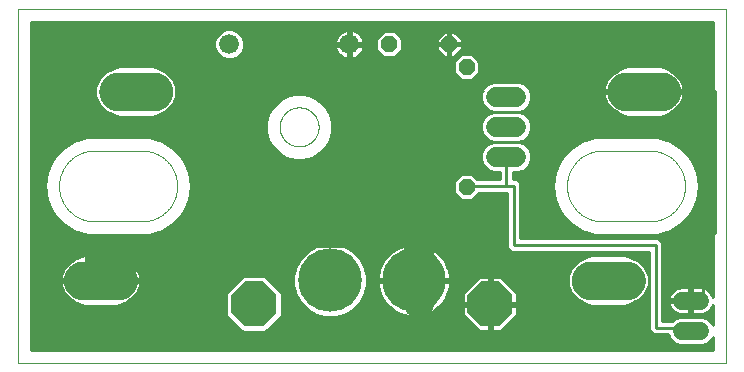
<source format=gtl>
G75*
%MOIN*%
%OFA0B0*%
%FSLAX25Y25*%
%IPPOS*%
%LPD*%
%AMOC8*
5,1,8,0,0,1.08239X$1,22.5*
%
%ADD10C,0.00000*%
%ADD11C,0.21126*%
%ADD12OC8,0.05200*%
%ADD13C,0.06600*%
%ADD14OC8,0.15000*%
%ADD15C,0.00984*%
%ADD16C,0.11811*%
%ADD17C,0.06600*%
%ADD18C,0.06000*%
%ADD19C,0.01000*%
%ADD20C,0.10000*%
D10*
X0003000Y0007759D02*
X0003000Y0125869D01*
X0239220Y0125869D01*
X0239220Y0007759D01*
X0003000Y0007759D01*
X0026622Y0031381D02*
X0034496Y0031381D01*
X0034620Y0031383D01*
X0034743Y0031389D01*
X0034867Y0031398D01*
X0034989Y0031412D01*
X0035112Y0031429D01*
X0035234Y0031451D01*
X0035355Y0031476D01*
X0035475Y0031505D01*
X0035594Y0031537D01*
X0035713Y0031574D01*
X0035830Y0031614D01*
X0035945Y0031657D01*
X0036060Y0031705D01*
X0036172Y0031756D01*
X0036283Y0031810D01*
X0036393Y0031868D01*
X0036500Y0031929D01*
X0036606Y0031994D01*
X0036709Y0032062D01*
X0036810Y0032133D01*
X0036909Y0032207D01*
X0037006Y0032284D01*
X0037100Y0032365D01*
X0037191Y0032448D01*
X0037280Y0032534D01*
X0037366Y0032623D01*
X0037449Y0032714D01*
X0037530Y0032808D01*
X0037607Y0032905D01*
X0037681Y0033004D01*
X0037752Y0033105D01*
X0037820Y0033208D01*
X0037885Y0033314D01*
X0037946Y0033421D01*
X0038004Y0033531D01*
X0038058Y0033642D01*
X0038109Y0033754D01*
X0038157Y0033869D01*
X0038200Y0033984D01*
X0038240Y0034101D01*
X0038277Y0034220D01*
X0038309Y0034339D01*
X0038338Y0034459D01*
X0038363Y0034580D01*
X0038385Y0034702D01*
X0038402Y0034825D01*
X0038416Y0034947D01*
X0038425Y0035071D01*
X0038431Y0035194D01*
X0038433Y0035318D01*
X0038431Y0035442D01*
X0038425Y0035565D01*
X0038416Y0035689D01*
X0038402Y0035811D01*
X0038385Y0035934D01*
X0038363Y0036056D01*
X0038338Y0036177D01*
X0038309Y0036297D01*
X0038277Y0036416D01*
X0038240Y0036535D01*
X0038200Y0036652D01*
X0038157Y0036767D01*
X0038109Y0036882D01*
X0038058Y0036994D01*
X0038004Y0037105D01*
X0037946Y0037215D01*
X0037885Y0037322D01*
X0037820Y0037428D01*
X0037752Y0037531D01*
X0037681Y0037632D01*
X0037607Y0037731D01*
X0037530Y0037828D01*
X0037449Y0037922D01*
X0037366Y0038013D01*
X0037280Y0038102D01*
X0037191Y0038188D01*
X0037100Y0038271D01*
X0037006Y0038352D01*
X0036909Y0038429D01*
X0036810Y0038503D01*
X0036709Y0038574D01*
X0036606Y0038642D01*
X0036500Y0038707D01*
X0036393Y0038768D01*
X0036283Y0038826D01*
X0036172Y0038880D01*
X0036060Y0038931D01*
X0035945Y0038979D01*
X0035830Y0039022D01*
X0035713Y0039062D01*
X0035594Y0039099D01*
X0035475Y0039131D01*
X0035355Y0039160D01*
X0035234Y0039185D01*
X0035112Y0039207D01*
X0034989Y0039224D01*
X0034867Y0039238D01*
X0034743Y0039247D01*
X0034620Y0039253D01*
X0034496Y0039255D01*
X0026622Y0039255D01*
X0026498Y0039253D01*
X0026375Y0039247D01*
X0026251Y0039238D01*
X0026129Y0039224D01*
X0026006Y0039207D01*
X0025884Y0039185D01*
X0025763Y0039160D01*
X0025643Y0039131D01*
X0025524Y0039099D01*
X0025405Y0039062D01*
X0025288Y0039022D01*
X0025173Y0038979D01*
X0025058Y0038931D01*
X0024946Y0038880D01*
X0024835Y0038826D01*
X0024725Y0038768D01*
X0024618Y0038707D01*
X0024512Y0038642D01*
X0024409Y0038574D01*
X0024308Y0038503D01*
X0024209Y0038429D01*
X0024112Y0038352D01*
X0024018Y0038271D01*
X0023927Y0038188D01*
X0023838Y0038102D01*
X0023752Y0038013D01*
X0023669Y0037922D01*
X0023588Y0037828D01*
X0023511Y0037731D01*
X0023437Y0037632D01*
X0023366Y0037531D01*
X0023298Y0037428D01*
X0023233Y0037322D01*
X0023172Y0037215D01*
X0023114Y0037105D01*
X0023060Y0036994D01*
X0023009Y0036882D01*
X0022961Y0036767D01*
X0022918Y0036652D01*
X0022878Y0036535D01*
X0022841Y0036416D01*
X0022809Y0036297D01*
X0022780Y0036177D01*
X0022755Y0036056D01*
X0022733Y0035934D01*
X0022716Y0035811D01*
X0022702Y0035689D01*
X0022693Y0035565D01*
X0022687Y0035442D01*
X0022685Y0035318D01*
X0022687Y0035194D01*
X0022693Y0035071D01*
X0022702Y0034947D01*
X0022716Y0034825D01*
X0022733Y0034702D01*
X0022755Y0034580D01*
X0022780Y0034459D01*
X0022809Y0034339D01*
X0022841Y0034220D01*
X0022878Y0034101D01*
X0022918Y0033984D01*
X0022961Y0033869D01*
X0023009Y0033754D01*
X0023060Y0033642D01*
X0023114Y0033531D01*
X0023172Y0033421D01*
X0023233Y0033314D01*
X0023298Y0033208D01*
X0023366Y0033105D01*
X0023437Y0033004D01*
X0023511Y0032905D01*
X0023588Y0032808D01*
X0023669Y0032714D01*
X0023752Y0032623D01*
X0023838Y0032534D01*
X0023927Y0032448D01*
X0024018Y0032365D01*
X0024112Y0032284D01*
X0024209Y0032207D01*
X0024308Y0032133D01*
X0024409Y0032062D01*
X0024512Y0031994D01*
X0024618Y0031929D01*
X0024725Y0031868D01*
X0024835Y0031810D01*
X0024946Y0031756D01*
X0025058Y0031705D01*
X0025173Y0031657D01*
X0025288Y0031614D01*
X0025405Y0031574D01*
X0025524Y0031537D01*
X0025643Y0031505D01*
X0025763Y0031476D01*
X0025884Y0031451D01*
X0026006Y0031429D01*
X0026129Y0031412D01*
X0026251Y0031398D01*
X0026375Y0031389D01*
X0026498Y0031383D01*
X0026622Y0031381D01*
X0028591Y0055003D02*
X0044339Y0055003D01*
X0044627Y0055007D01*
X0044914Y0055017D01*
X0045201Y0055035D01*
X0045488Y0055059D01*
X0045774Y0055090D01*
X0046059Y0055129D01*
X0046343Y0055174D01*
X0046626Y0055226D01*
X0046907Y0055286D01*
X0047187Y0055352D01*
X0047465Y0055424D01*
X0047742Y0055504D01*
X0048016Y0055590D01*
X0048288Y0055683D01*
X0048558Y0055782D01*
X0048826Y0055888D01*
X0049090Y0056001D01*
X0049352Y0056120D01*
X0049611Y0056245D01*
X0049867Y0056377D01*
X0050120Y0056514D01*
X0050369Y0056658D01*
X0050614Y0056808D01*
X0050856Y0056964D01*
X0051094Y0057125D01*
X0051328Y0057293D01*
X0051558Y0057466D01*
X0051783Y0057644D01*
X0052004Y0057828D01*
X0052221Y0058017D01*
X0052433Y0058212D01*
X0052640Y0058412D01*
X0052842Y0058616D01*
X0053039Y0058826D01*
X0053231Y0059040D01*
X0053417Y0059259D01*
X0053599Y0059482D01*
X0053775Y0059710D01*
X0053945Y0059942D01*
X0054109Y0060178D01*
X0054268Y0060417D01*
X0054421Y0060661D01*
X0054568Y0060909D01*
X0054708Y0061159D01*
X0054843Y0061414D01*
X0054971Y0061671D01*
X0055093Y0061931D01*
X0055209Y0062195D01*
X0055318Y0062461D01*
X0055421Y0062729D01*
X0055517Y0063000D01*
X0055607Y0063274D01*
X0055690Y0063549D01*
X0055766Y0063827D01*
X0055835Y0064106D01*
X0055898Y0064386D01*
X0055954Y0064669D01*
X0056002Y0064952D01*
X0056044Y0065237D01*
X0056079Y0065522D01*
X0056107Y0065808D01*
X0056128Y0066095D01*
X0056142Y0066383D01*
X0056149Y0066670D01*
X0056149Y0066958D01*
X0056142Y0067245D01*
X0056128Y0067533D01*
X0056107Y0067820D01*
X0056079Y0068106D01*
X0056044Y0068391D01*
X0056002Y0068676D01*
X0055954Y0068959D01*
X0055898Y0069242D01*
X0055835Y0069522D01*
X0055766Y0069801D01*
X0055690Y0070079D01*
X0055607Y0070354D01*
X0055517Y0070628D01*
X0055421Y0070899D01*
X0055318Y0071167D01*
X0055209Y0071433D01*
X0055093Y0071697D01*
X0054971Y0071957D01*
X0054843Y0072214D01*
X0054708Y0072469D01*
X0054568Y0072720D01*
X0054421Y0072967D01*
X0054268Y0073211D01*
X0054109Y0073450D01*
X0053945Y0073686D01*
X0053775Y0073918D01*
X0053599Y0074146D01*
X0053417Y0074369D01*
X0053231Y0074588D01*
X0053039Y0074802D01*
X0052842Y0075012D01*
X0052640Y0075216D01*
X0052433Y0075416D01*
X0052221Y0075611D01*
X0052004Y0075800D01*
X0051783Y0075984D01*
X0051558Y0076162D01*
X0051328Y0076335D01*
X0051094Y0076503D01*
X0050856Y0076664D01*
X0050614Y0076820D01*
X0050369Y0076970D01*
X0050120Y0077114D01*
X0049867Y0077251D01*
X0049611Y0077383D01*
X0049352Y0077508D01*
X0049090Y0077627D01*
X0048826Y0077740D01*
X0048558Y0077846D01*
X0048288Y0077945D01*
X0048016Y0078038D01*
X0047742Y0078124D01*
X0047465Y0078204D01*
X0047187Y0078276D01*
X0046907Y0078342D01*
X0046626Y0078402D01*
X0046343Y0078454D01*
X0046059Y0078499D01*
X0045774Y0078538D01*
X0045488Y0078569D01*
X0045201Y0078593D01*
X0044914Y0078611D01*
X0044627Y0078621D01*
X0044339Y0078625D01*
X0028591Y0078625D01*
X0028303Y0078621D01*
X0028016Y0078611D01*
X0027729Y0078593D01*
X0027442Y0078569D01*
X0027156Y0078538D01*
X0026871Y0078499D01*
X0026587Y0078454D01*
X0026304Y0078402D01*
X0026023Y0078342D01*
X0025743Y0078276D01*
X0025465Y0078204D01*
X0025188Y0078124D01*
X0024914Y0078038D01*
X0024642Y0077945D01*
X0024372Y0077846D01*
X0024104Y0077740D01*
X0023840Y0077627D01*
X0023578Y0077508D01*
X0023319Y0077383D01*
X0023063Y0077251D01*
X0022810Y0077114D01*
X0022561Y0076970D01*
X0022316Y0076820D01*
X0022074Y0076664D01*
X0021836Y0076503D01*
X0021602Y0076335D01*
X0021372Y0076162D01*
X0021147Y0075984D01*
X0020926Y0075800D01*
X0020709Y0075611D01*
X0020497Y0075416D01*
X0020290Y0075216D01*
X0020088Y0075012D01*
X0019891Y0074802D01*
X0019699Y0074588D01*
X0019513Y0074369D01*
X0019331Y0074146D01*
X0019155Y0073918D01*
X0018985Y0073686D01*
X0018821Y0073450D01*
X0018662Y0073211D01*
X0018509Y0072967D01*
X0018362Y0072719D01*
X0018222Y0072469D01*
X0018087Y0072214D01*
X0017959Y0071957D01*
X0017837Y0071697D01*
X0017721Y0071433D01*
X0017612Y0071167D01*
X0017509Y0070899D01*
X0017413Y0070628D01*
X0017323Y0070354D01*
X0017240Y0070079D01*
X0017164Y0069801D01*
X0017095Y0069522D01*
X0017032Y0069242D01*
X0016976Y0068959D01*
X0016928Y0068676D01*
X0016886Y0068391D01*
X0016851Y0068106D01*
X0016823Y0067820D01*
X0016802Y0067533D01*
X0016788Y0067245D01*
X0016781Y0066958D01*
X0016781Y0066670D01*
X0016788Y0066383D01*
X0016802Y0066095D01*
X0016823Y0065808D01*
X0016851Y0065522D01*
X0016886Y0065237D01*
X0016928Y0064952D01*
X0016976Y0064669D01*
X0017032Y0064386D01*
X0017095Y0064106D01*
X0017164Y0063827D01*
X0017240Y0063549D01*
X0017323Y0063274D01*
X0017413Y0063000D01*
X0017509Y0062729D01*
X0017612Y0062461D01*
X0017721Y0062195D01*
X0017837Y0061931D01*
X0017959Y0061671D01*
X0018087Y0061414D01*
X0018222Y0061159D01*
X0018362Y0060908D01*
X0018509Y0060661D01*
X0018662Y0060417D01*
X0018821Y0060178D01*
X0018985Y0059942D01*
X0019155Y0059710D01*
X0019331Y0059482D01*
X0019513Y0059259D01*
X0019699Y0059040D01*
X0019891Y0058826D01*
X0020088Y0058616D01*
X0020290Y0058412D01*
X0020497Y0058212D01*
X0020709Y0058017D01*
X0020926Y0057828D01*
X0021147Y0057644D01*
X0021372Y0057466D01*
X0021602Y0057293D01*
X0021836Y0057125D01*
X0022074Y0056964D01*
X0022316Y0056808D01*
X0022561Y0056658D01*
X0022810Y0056514D01*
X0023063Y0056377D01*
X0023319Y0056245D01*
X0023578Y0056120D01*
X0023840Y0056001D01*
X0024104Y0055888D01*
X0024372Y0055782D01*
X0024642Y0055683D01*
X0024914Y0055590D01*
X0025188Y0055504D01*
X0025465Y0055424D01*
X0025743Y0055352D01*
X0026023Y0055286D01*
X0026304Y0055226D01*
X0026587Y0055174D01*
X0026871Y0055129D01*
X0027156Y0055090D01*
X0027442Y0055059D01*
X0027729Y0055035D01*
X0028016Y0055017D01*
X0028303Y0055007D01*
X0028591Y0055003D01*
X0038433Y0094373D02*
X0046307Y0094373D01*
X0046431Y0094375D01*
X0046554Y0094381D01*
X0046678Y0094390D01*
X0046800Y0094404D01*
X0046923Y0094421D01*
X0047045Y0094443D01*
X0047166Y0094468D01*
X0047286Y0094497D01*
X0047405Y0094529D01*
X0047524Y0094566D01*
X0047641Y0094606D01*
X0047756Y0094649D01*
X0047871Y0094697D01*
X0047983Y0094748D01*
X0048094Y0094802D01*
X0048204Y0094860D01*
X0048311Y0094921D01*
X0048417Y0094986D01*
X0048520Y0095054D01*
X0048621Y0095125D01*
X0048720Y0095199D01*
X0048817Y0095276D01*
X0048911Y0095357D01*
X0049002Y0095440D01*
X0049091Y0095526D01*
X0049177Y0095615D01*
X0049260Y0095706D01*
X0049341Y0095800D01*
X0049418Y0095897D01*
X0049492Y0095996D01*
X0049563Y0096097D01*
X0049631Y0096200D01*
X0049696Y0096306D01*
X0049757Y0096413D01*
X0049815Y0096523D01*
X0049869Y0096634D01*
X0049920Y0096746D01*
X0049968Y0096861D01*
X0050011Y0096976D01*
X0050051Y0097093D01*
X0050088Y0097212D01*
X0050120Y0097331D01*
X0050149Y0097451D01*
X0050174Y0097572D01*
X0050196Y0097694D01*
X0050213Y0097817D01*
X0050227Y0097939D01*
X0050236Y0098063D01*
X0050242Y0098186D01*
X0050244Y0098310D01*
X0050242Y0098434D01*
X0050236Y0098557D01*
X0050227Y0098681D01*
X0050213Y0098803D01*
X0050196Y0098926D01*
X0050174Y0099048D01*
X0050149Y0099169D01*
X0050120Y0099289D01*
X0050088Y0099408D01*
X0050051Y0099527D01*
X0050011Y0099644D01*
X0049968Y0099759D01*
X0049920Y0099874D01*
X0049869Y0099986D01*
X0049815Y0100097D01*
X0049757Y0100207D01*
X0049696Y0100314D01*
X0049631Y0100420D01*
X0049563Y0100523D01*
X0049492Y0100624D01*
X0049418Y0100723D01*
X0049341Y0100820D01*
X0049260Y0100914D01*
X0049177Y0101005D01*
X0049091Y0101094D01*
X0049002Y0101180D01*
X0048911Y0101263D01*
X0048817Y0101344D01*
X0048720Y0101421D01*
X0048621Y0101495D01*
X0048520Y0101566D01*
X0048417Y0101634D01*
X0048311Y0101699D01*
X0048204Y0101760D01*
X0048094Y0101818D01*
X0047983Y0101872D01*
X0047871Y0101923D01*
X0047756Y0101971D01*
X0047641Y0102014D01*
X0047524Y0102054D01*
X0047405Y0102091D01*
X0047286Y0102123D01*
X0047166Y0102152D01*
X0047045Y0102177D01*
X0046923Y0102199D01*
X0046800Y0102216D01*
X0046678Y0102230D01*
X0046554Y0102239D01*
X0046431Y0102245D01*
X0046307Y0102247D01*
X0038433Y0102247D01*
X0038309Y0102245D01*
X0038186Y0102239D01*
X0038062Y0102230D01*
X0037940Y0102216D01*
X0037817Y0102199D01*
X0037695Y0102177D01*
X0037574Y0102152D01*
X0037454Y0102123D01*
X0037335Y0102091D01*
X0037216Y0102054D01*
X0037099Y0102014D01*
X0036984Y0101971D01*
X0036869Y0101923D01*
X0036757Y0101872D01*
X0036646Y0101818D01*
X0036536Y0101760D01*
X0036429Y0101699D01*
X0036323Y0101634D01*
X0036220Y0101566D01*
X0036119Y0101495D01*
X0036020Y0101421D01*
X0035923Y0101344D01*
X0035829Y0101263D01*
X0035738Y0101180D01*
X0035649Y0101094D01*
X0035563Y0101005D01*
X0035480Y0100914D01*
X0035399Y0100820D01*
X0035322Y0100723D01*
X0035248Y0100624D01*
X0035177Y0100523D01*
X0035109Y0100420D01*
X0035044Y0100314D01*
X0034983Y0100207D01*
X0034925Y0100097D01*
X0034871Y0099986D01*
X0034820Y0099874D01*
X0034772Y0099759D01*
X0034729Y0099644D01*
X0034689Y0099527D01*
X0034652Y0099408D01*
X0034620Y0099289D01*
X0034591Y0099169D01*
X0034566Y0099048D01*
X0034544Y0098926D01*
X0034527Y0098803D01*
X0034513Y0098681D01*
X0034504Y0098557D01*
X0034498Y0098434D01*
X0034496Y0098310D01*
X0034498Y0098186D01*
X0034504Y0098063D01*
X0034513Y0097939D01*
X0034527Y0097817D01*
X0034544Y0097694D01*
X0034566Y0097572D01*
X0034591Y0097451D01*
X0034620Y0097331D01*
X0034652Y0097212D01*
X0034689Y0097093D01*
X0034729Y0096976D01*
X0034772Y0096861D01*
X0034820Y0096746D01*
X0034871Y0096634D01*
X0034925Y0096523D01*
X0034983Y0096413D01*
X0035044Y0096306D01*
X0035109Y0096200D01*
X0035177Y0096097D01*
X0035248Y0095996D01*
X0035322Y0095897D01*
X0035399Y0095800D01*
X0035480Y0095706D01*
X0035563Y0095615D01*
X0035649Y0095526D01*
X0035738Y0095440D01*
X0035829Y0095357D01*
X0035923Y0095276D01*
X0036020Y0095199D01*
X0036119Y0095125D01*
X0036220Y0095054D01*
X0036323Y0094986D01*
X0036429Y0094921D01*
X0036536Y0094860D01*
X0036646Y0094802D01*
X0036757Y0094748D01*
X0036869Y0094697D01*
X0036984Y0094649D01*
X0037099Y0094606D01*
X0037216Y0094566D01*
X0037335Y0094529D01*
X0037454Y0094497D01*
X0037574Y0094468D01*
X0037695Y0094443D01*
X0037817Y0094421D01*
X0037940Y0094404D01*
X0038062Y0094390D01*
X0038186Y0094381D01*
X0038309Y0094375D01*
X0038433Y0094373D01*
X0090295Y0086499D02*
X0090297Y0086660D01*
X0090303Y0086820D01*
X0090313Y0086981D01*
X0090327Y0087141D01*
X0090345Y0087301D01*
X0090366Y0087460D01*
X0090392Y0087619D01*
X0090422Y0087777D01*
X0090455Y0087934D01*
X0090493Y0088091D01*
X0090534Y0088246D01*
X0090579Y0088400D01*
X0090628Y0088553D01*
X0090681Y0088705D01*
X0090737Y0088856D01*
X0090798Y0089005D01*
X0090861Y0089153D01*
X0090929Y0089299D01*
X0091000Y0089443D01*
X0091074Y0089585D01*
X0091152Y0089726D01*
X0091234Y0089864D01*
X0091319Y0090001D01*
X0091407Y0090135D01*
X0091499Y0090267D01*
X0091594Y0090397D01*
X0091692Y0090525D01*
X0091793Y0090650D01*
X0091897Y0090772D01*
X0092004Y0090892D01*
X0092114Y0091009D01*
X0092227Y0091124D01*
X0092343Y0091235D01*
X0092462Y0091344D01*
X0092583Y0091449D01*
X0092707Y0091552D01*
X0092833Y0091652D01*
X0092961Y0091748D01*
X0093092Y0091841D01*
X0093226Y0091931D01*
X0093361Y0092018D01*
X0093499Y0092101D01*
X0093638Y0092181D01*
X0093780Y0092257D01*
X0093923Y0092330D01*
X0094068Y0092399D01*
X0094215Y0092465D01*
X0094363Y0092527D01*
X0094513Y0092585D01*
X0094664Y0092640D01*
X0094817Y0092691D01*
X0094971Y0092738D01*
X0095126Y0092781D01*
X0095282Y0092820D01*
X0095438Y0092856D01*
X0095596Y0092887D01*
X0095754Y0092915D01*
X0095913Y0092939D01*
X0096073Y0092959D01*
X0096233Y0092975D01*
X0096393Y0092987D01*
X0096554Y0092995D01*
X0096715Y0092999D01*
X0096875Y0092999D01*
X0097036Y0092995D01*
X0097197Y0092987D01*
X0097357Y0092975D01*
X0097517Y0092959D01*
X0097677Y0092939D01*
X0097836Y0092915D01*
X0097994Y0092887D01*
X0098152Y0092856D01*
X0098308Y0092820D01*
X0098464Y0092781D01*
X0098619Y0092738D01*
X0098773Y0092691D01*
X0098926Y0092640D01*
X0099077Y0092585D01*
X0099227Y0092527D01*
X0099375Y0092465D01*
X0099522Y0092399D01*
X0099667Y0092330D01*
X0099810Y0092257D01*
X0099952Y0092181D01*
X0100091Y0092101D01*
X0100229Y0092018D01*
X0100364Y0091931D01*
X0100498Y0091841D01*
X0100629Y0091748D01*
X0100757Y0091652D01*
X0100883Y0091552D01*
X0101007Y0091449D01*
X0101128Y0091344D01*
X0101247Y0091235D01*
X0101363Y0091124D01*
X0101476Y0091009D01*
X0101586Y0090892D01*
X0101693Y0090772D01*
X0101797Y0090650D01*
X0101898Y0090525D01*
X0101996Y0090397D01*
X0102091Y0090267D01*
X0102183Y0090135D01*
X0102271Y0090001D01*
X0102356Y0089864D01*
X0102438Y0089726D01*
X0102516Y0089585D01*
X0102590Y0089443D01*
X0102661Y0089299D01*
X0102729Y0089153D01*
X0102792Y0089005D01*
X0102853Y0088856D01*
X0102909Y0088705D01*
X0102962Y0088553D01*
X0103011Y0088400D01*
X0103056Y0088246D01*
X0103097Y0088091D01*
X0103135Y0087934D01*
X0103168Y0087777D01*
X0103198Y0087619D01*
X0103224Y0087460D01*
X0103245Y0087301D01*
X0103263Y0087141D01*
X0103277Y0086981D01*
X0103287Y0086820D01*
X0103293Y0086660D01*
X0103295Y0086499D01*
X0103293Y0086338D01*
X0103287Y0086178D01*
X0103277Y0086017D01*
X0103263Y0085857D01*
X0103245Y0085697D01*
X0103224Y0085538D01*
X0103198Y0085379D01*
X0103168Y0085221D01*
X0103135Y0085064D01*
X0103097Y0084907D01*
X0103056Y0084752D01*
X0103011Y0084598D01*
X0102962Y0084445D01*
X0102909Y0084293D01*
X0102853Y0084142D01*
X0102792Y0083993D01*
X0102729Y0083845D01*
X0102661Y0083699D01*
X0102590Y0083555D01*
X0102516Y0083413D01*
X0102438Y0083272D01*
X0102356Y0083134D01*
X0102271Y0082997D01*
X0102183Y0082863D01*
X0102091Y0082731D01*
X0101996Y0082601D01*
X0101898Y0082473D01*
X0101797Y0082348D01*
X0101693Y0082226D01*
X0101586Y0082106D01*
X0101476Y0081989D01*
X0101363Y0081874D01*
X0101247Y0081763D01*
X0101128Y0081654D01*
X0101007Y0081549D01*
X0100883Y0081446D01*
X0100757Y0081346D01*
X0100629Y0081250D01*
X0100498Y0081157D01*
X0100364Y0081067D01*
X0100229Y0080980D01*
X0100091Y0080897D01*
X0099952Y0080817D01*
X0099810Y0080741D01*
X0099667Y0080668D01*
X0099522Y0080599D01*
X0099375Y0080533D01*
X0099227Y0080471D01*
X0099077Y0080413D01*
X0098926Y0080358D01*
X0098773Y0080307D01*
X0098619Y0080260D01*
X0098464Y0080217D01*
X0098308Y0080178D01*
X0098152Y0080142D01*
X0097994Y0080111D01*
X0097836Y0080083D01*
X0097677Y0080059D01*
X0097517Y0080039D01*
X0097357Y0080023D01*
X0097197Y0080011D01*
X0097036Y0080003D01*
X0096875Y0079999D01*
X0096715Y0079999D01*
X0096554Y0080003D01*
X0096393Y0080011D01*
X0096233Y0080023D01*
X0096073Y0080039D01*
X0095913Y0080059D01*
X0095754Y0080083D01*
X0095596Y0080111D01*
X0095438Y0080142D01*
X0095282Y0080178D01*
X0095126Y0080217D01*
X0094971Y0080260D01*
X0094817Y0080307D01*
X0094664Y0080358D01*
X0094513Y0080413D01*
X0094363Y0080471D01*
X0094215Y0080533D01*
X0094068Y0080599D01*
X0093923Y0080668D01*
X0093780Y0080741D01*
X0093638Y0080817D01*
X0093499Y0080897D01*
X0093361Y0080980D01*
X0093226Y0081067D01*
X0093092Y0081157D01*
X0092961Y0081250D01*
X0092833Y0081346D01*
X0092707Y0081446D01*
X0092583Y0081549D01*
X0092462Y0081654D01*
X0092343Y0081763D01*
X0092227Y0081874D01*
X0092114Y0081989D01*
X0092004Y0082106D01*
X0091897Y0082226D01*
X0091793Y0082348D01*
X0091692Y0082473D01*
X0091594Y0082601D01*
X0091499Y0082731D01*
X0091407Y0082863D01*
X0091319Y0082997D01*
X0091234Y0083134D01*
X0091152Y0083272D01*
X0091074Y0083413D01*
X0091000Y0083555D01*
X0090929Y0083699D01*
X0090861Y0083845D01*
X0090798Y0083993D01*
X0090737Y0084142D01*
X0090681Y0084293D01*
X0090628Y0084445D01*
X0090579Y0084598D01*
X0090534Y0084752D01*
X0090493Y0084907D01*
X0090455Y0085064D01*
X0090422Y0085221D01*
X0090392Y0085379D01*
X0090366Y0085538D01*
X0090345Y0085697D01*
X0090327Y0085857D01*
X0090313Y0086017D01*
X0090303Y0086178D01*
X0090297Y0086338D01*
X0090295Y0086499D01*
X0195913Y0039255D02*
X0203787Y0039255D01*
X0203911Y0039253D01*
X0204034Y0039247D01*
X0204158Y0039238D01*
X0204280Y0039224D01*
X0204403Y0039207D01*
X0204525Y0039185D01*
X0204646Y0039160D01*
X0204766Y0039131D01*
X0204885Y0039099D01*
X0205004Y0039062D01*
X0205121Y0039022D01*
X0205236Y0038979D01*
X0205351Y0038931D01*
X0205463Y0038880D01*
X0205574Y0038826D01*
X0205684Y0038768D01*
X0205791Y0038707D01*
X0205897Y0038642D01*
X0206000Y0038574D01*
X0206101Y0038503D01*
X0206200Y0038429D01*
X0206297Y0038352D01*
X0206391Y0038271D01*
X0206482Y0038188D01*
X0206571Y0038102D01*
X0206657Y0038013D01*
X0206740Y0037922D01*
X0206821Y0037828D01*
X0206898Y0037731D01*
X0206972Y0037632D01*
X0207043Y0037531D01*
X0207111Y0037428D01*
X0207176Y0037322D01*
X0207237Y0037215D01*
X0207295Y0037105D01*
X0207349Y0036994D01*
X0207400Y0036882D01*
X0207448Y0036767D01*
X0207491Y0036652D01*
X0207531Y0036535D01*
X0207568Y0036416D01*
X0207600Y0036297D01*
X0207629Y0036177D01*
X0207654Y0036056D01*
X0207676Y0035934D01*
X0207693Y0035811D01*
X0207707Y0035689D01*
X0207716Y0035565D01*
X0207722Y0035442D01*
X0207724Y0035318D01*
X0207722Y0035194D01*
X0207716Y0035071D01*
X0207707Y0034947D01*
X0207693Y0034825D01*
X0207676Y0034702D01*
X0207654Y0034580D01*
X0207629Y0034459D01*
X0207600Y0034339D01*
X0207568Y0034220D01*
X0207531Y0034101D01*
X0207491Y0033984D01*
X0207448Y0033869D01*
X0207400Y0033754D01*
X0207349Y0033642D01*
X0207295Y0033531D01*
X0207237Y0033421D01*
X0207176Y0033314D01*
X0207111Y0033208D01*
X0207043Y0033105D01*
X0206972Y0033004D01*
X0206898Y0032905D01*
X0206821Y0032808D01*
X0206740Y0032714D01*
X0206657Y0032623D01*
X0206571Y0032534D01*
X0206482Y0032448D01*
X0206391Y0032365D01*
X0206297Y0032284D01*
X0206200Y0032207D01*
X0206101Y0032133D01*
X0206000Y0032062D01*
X0205897Y0031994D01*
X0205791Y0031929D01*
X0205684Y0031868D01*
X0205574Y0031810D01*
X0205463Y0031756D01*
X0205351Y0031705D01*
X0205236Y0031657D01*
X0205121Y0031614D01*
X0205004Y0031574D01*
X0204885Y0031537D01*
X0204766Y0031505D01*
X0204646Y0031476D01*
X0204525Y0031451D01*
X0204403Y0031429D01*
X0204280Y0031412D01*
X0204158Y0031398D01*
X0204034Y0031389D01*
X0203911Y0031383D01*
X0203787Y0031381D01*
X0195913Y0031381D01*
X0195789Y0031383D01*
X0195666Y0031389D01*
X0195542Y0031398D01*
X0195420Y0031412D01*
X0195297Y0031429D01*
X0195175Y0031451D01*
X0195054Y0031476D01*
X0194934Y0031505D01*
X0194815Y0031537D01*
X0194696Y0031574D01*
X0194579Y0031614D01*
X0194464Y0031657D01*
X0194349Y0031705D01*
X0194237Y0031756D01*
X0194126Y0031810D01*
X0194016Y0031868D01*
X0193909Y0031929D01*
X0193803Y0031994D01*
X0193700Y0032062D01*
X0193599Y0032133D01*
X0193500Y0032207D01*
X0193403Y0032284D01*
X0193309Y0032365D01*
X0193218Y0032448D01*
X0193129Y0032534D01*
X0193043Y0032623D01*
X0192960Y0032714D01*
X0192879Y0032808D01*
X0192802Y0032905D01*
X0192728Y0033004D01*
X0192657Y0033105D01*
X0192589Y0033208D01*
X0192524Y0033314D01*
X0192463Y0033421D01*
X0192405Y0033531D01*
X0192351Y0033642D01*
X0192300Y0033754D01*
X0192252Y0033869D01*
X0192209Y0033984D01*
X0192169Y0034101D01*
X0192132Y0034220D01*
X0192100Y0034339D01*
X0192071Y0034459D01*
X0192046Y0034580D01*
X0192024Y0034702D01*
X0192007Y0034825D01*
X0191993Y0034947D01*
X0191984Y0035071D01*
X0191978Y0035194D01*
X0191976Y0035318D01*
X0191978Y0035442D01*
X0191984Y0035565D01*
X0191993Y0035689D01*
X0192007Y0035811D01*
X0192024Y0035934D01*
X0192046Y0036056D01*
X0192071Y0036177D01*
X0192100Y0036297D01*
X0192132Y0036416D01*
X0192169Y0036535D01*
X0192209Y0036652D01*
X0192252Y0036767D01*
X0192300Y0036882D01*
X0192351Y0036994D01*
X0192405Y0037105D01*
X0192463Y0037215D01*
X0192524Y0037322D01*
X0192589Y0037428D01*
X0192657Y0037531D01*
X0192728Y0037632D01*
X0192802Y0037731D01*
X0192879Y0037828D01*
X0192960Y0037922D01*
X0193043Y0038013D01*
X0193129Y0038102D01*
X0193218Y0038188D01*
X0193309Y0038271D01*
X0193403Y0038352D01*
X0193500Y0038429D01*
X0193599Y0038503D01*
X0193700Y0038574D01*
X0193803Y0038642D01*
X0193909Y0038707D01*
X0194016Y0038768D01*
X0194126Y0038826D01*
X0194237Y0038880D01*
X0194349Y0038931D01*
X0194464Y0038979D01*
X0194579Y0039022D01*
X0194696Y0039062D01*
X0194815Y0039099D01*
X0194934Y0039131D01*
X0195054Y0039160D01*
X0195175Y0039185D01*
X0195297Y0039207D01*
X0195420Y0039224D01*
X0195542Y0039238D01*
X0195666Y0039247D01*
X0195789Y0039253D01*
X0195913Y0039255D01*
X0197882Y0055003D02*
X0213630Y0055003D01*
X0213918Y0055007D01*
X0214205Y0055017D01*
X0214492Y0055035D01*
X0214779Y0055059D01*
X0215065Y0055090D01*
X0215350Y0055129D01*
X0215634Y0055174D01*
X0215917Y0055226D01*
X0216198Y0055286D01*
X0216478Y0055352D01*
X0216756Y0055424D01*
X0217033Y0055504D01*
X0217307Y0055590D01*
X0217579Y0055683D01*
X0217849Y0055782D01*
X0218117Y0055888D01*
X0218381Y0056001D01*
X0218643Y0056120D01*
X0218902Y0056245D01*
X0219158Y0056377D01*
X0219411Y0056514D01*
X0219660Y0056658D01*
X0219905Y0056808D01*
X0220147Y0056964D01*
X0220385Y0057125D01*
X0220619Y0057293D01*
X0220849Y0057466D01*
X0221074Y0057644D01*
X0221295Y0057828D01*
X0221512Y0058017D01*
X0221724Y0058212D01*
X0221931Y0058412D01*
X0222133Y0058616D01*
X0222330Y0058826D01*
X0222522Y0059040D01*
X0222708Y0059259D01*
X0222890Y0059482D01*
X0223066Y0059710D01*
X0223236Y0059942D01*
X0223400Y0060178D01*
X0223559Y0060417D01*
X0223712Y0060661D01*
X0223859Y0060909D01*
X0223999Y0061159D01*
X0224134Y0061414D01*
X0224262Y0061671D01*
X0224384Y0061931D01*
X0224500Y0062195D01*
X0224609Y0062461D01*
X0224712Y0062729D01*
X0224808Y0063000D01*
X0224898Y0063274D01*
X0224981Y0063549D01*
X0225057Y0063827D01*
X0225126Y0064106D01*
X0225189Y0064386D01*
X0225245Y0064669D01*
X0225293Y0064952D01*
X0225335Y0065237D01*
X0225370Y0065522D01*
X0225398Y0065808D01*
X0225419Y0066095D01*
X0225433Y0066383D01*
X0225440Y0066670D01*
X0225440Y0066958D01*
X0225433Y0067245D01*
X0225419Y0067533D01*
X0225398Y0067820D01*
X0225370Y0068106D01*
X0225335Y0068391D01*
X0225293Y0068676D01*
X0225245Y0068959D01*
X0225189Y0069242D01*
X0225126Y0069522D01*
X0225057Y0069801D01*
X0224981Y0070079D01*
X0224898Y0070354D01*
X0224808Y0070628D01*
X0224712Y0070899D01*
X0224609Y0071167D01*
X0224500Y0071433D01*
X0224384Y0071697D01*
X0224262Y0071957D01*
X0224134Y0072214D01*
X0223999Y0072469D01*
X0223859Y0072720D01*
X0223712Y0072967D01*
X0223559Y0073211D01*
X0223400Y0073450D01*
X0223236Y0073686D01*
X0223066Y0073918D01*
X0222890Y0074146D01*
X0222708Y0074369D01*
X0222522Y0074588D01*
X0222330Y0074802D01*
X0222133Y0075012D01*
X0221931Y0075216D01*
X0221724Y0075416D01*
X0221512Y0075611D01*
X0221295Y0075800D01*
X0221074Y0075984D01*
X0220849Y0076162D01*
X0220619Y0076335D01*
X0220385Y0076503D01*
X0220147Y0076664D01*
X0219905Y0076820D01*
X0219660Y0076970D01*
X0219411Y0077114D01*
X0219158Y0077251D01*
X0218902Y0077383D01*
X0218643Y0077508D01*
X0218381Y0077627D01*
X0218117Y0077740D01*
X0217849Y0077846D01*
X0217579Y0077945D01*
X0217307Y0078038D01*
X0217033Y0078124D01*
X0216756Y0078204D01*
X0216478Y0078276D01*
X0216198Y0078342D01*
X0215917Y0078402D01*
X0215634Y0078454D01*
X0215350Y0078499D01*
X0215065Y0078538D01*
X0214779Y0078569D01*
X0214492Y0078593D01*
X0214205Y0078611D01*
X0213918Y0078621D01*
X0213630Y0078625D01*
X0197882Y0078625D01*
X0197594Y0078621D01*
X0197307Y0078611D01*
X0197020Y0078593D01*
X0196733Y0078569D01*
X0196447Y0078538D01*
X0196162Y0078499D01*
X0195878Y0078454D01*
X0195595Y0078402D01*
X0195314Y0078342D01*
X0195034Y0078276D01*
X0194756Y0078204D01*
X0194479Y0078124D01*
X0194205Y0078038D01*
X0193933Y0077945D01*
X0193663Y0077846D01*
X0193395Y0077740D01*
X0193131Y0077627D01*
X0192869Y0077508D01*
X0192610Y0077383D01*
X0192354Y0077251D01*
X0192101Y0077114D01*
X0191852Y0076970D01*
X0191607Y0076820D01*
X0191365Y0076664D01*
X0191127Y0076503D01*
X0190893Y0076335D01*
X0190663Y0076162D01*
X0190438Y0075984D01*
X0190217Y0075800D01*
X0190000Y0075611D01*
X0189788Y0075416D01*
X0189581Y0075216D01*
X0189379Y0075012D01*
X0189182Y0074802D01*
X0188990Y0074588D01*
X0188804Y0074369D01*
X0188622Y0074146D01*
X0188446Y0073918D01*
X0188276Y0073686D01*
X0188112Y0073450D01*
X0187953Y0073211D01*
X0187800Y0072967D01*
X0187653Y0072719D01*
X0187513Y0072469D01*
X0187378Y0072214D01*
X0187250Y0071957D01*
X0187128Y0071697D01*
X0187012Y0071433D01*
X0186903Y0071167D01*
X0186800Y0070899D01*
X0186704Y0070628D01*
X0186614Y0070354D01*
X0186531Y0070079D01*
X0186455Y0069801D01*
X0186386Y0069522D01*
X0186323Y0069242D01*
X0186267Y0068959D01*
X0186219Y0068676D01*
X0186177Y0068391D01*
X0186142Y0068106D01*
X0186114Y0067820D01*
X0186093Y0067533D01*
X0186079Y0067245D01*
X0186072Y0066958D01*
X0186072Y0066670D01*
X0186079Y0066383D01*
X0186093Y0066095D01*
X0186114Y0065808D01*
X0186142Y0065522D01*
X0186177Y0065237D01*
X0186219Y0064952D01*
X0186267Y0064669D01*
X0186323Y0064386D01*
X0186386Y0064106D01*
X0186455Y0063827D01*
X0186531Y0063549D01*
X0186614Y0063274D01*
X0186704Y0063000D01*
X0186800Y0062729D01*
X0186903Y0062461D01*
X0187012Y0062195D01*
X0187128Y0061931D01*
X0187250Y0061671D01*
X0187378Y0061414D01*
X0187513Y0061159D01*
X0187653Y0060908D01*
X0187800Y0060661D01*
X0187953Y0060417D01*
X0188112Y0060178D01*
X0188276Y0059942D01*
X0188446Y0059710D01*
X0188622Y0059482D01*
X0188804Y0059259D01*
X0188990Y0059040D01*
X0189182Y0058826D01*
X0189379Y0058616D01*
X0189581Y0058412D01*
X0189788Y0058212D01*
X0190000Y0058017D01*
X0190217Y0057828D01*
X0190438Y0057644D01*
X0190663Y0057466D01*
X0190893Y0057293D01*
X0191127Y0057125D01*
X0191365Y0056964D01*
X0191607Y0056808D01*
X0191852Y0056658D01*
X0192101Y0056514D01*
X0192354Y0056377D01*
X0192610Y0056245D01*
X0192869Y0056120D01*
X0193131Y0056001D01*
X0193395Y0055888D01*
X0193663Y0055782D01*
X0193933Y0055683D01*
X0194205Y0055590D01*
X0194479Y0055504D01*
X0194756Y0055424D01*
X0195034Y0055352D01*
X0195314Y0055286D01*
X0195595Y0055226D01*
X0195878Y0055174D01*
X0196162Y0055129D01*
X0196447Y0055090D01*
X0196733Y0055059D01*
X0197020Y0055035D01*
X0197307Y0055017D01*
X0197594Y0055007D01*
X0197882Y0055003D01*
X0207724Y0094373D02*
X0215598Y0094373D01*
X0215722Y0094375D01*
X0215845Y0094381D01*
X0215969Y0094390D01*
X0216091Y0094404D01*
X0216214Y0094421D01*
X0216336Y0094443D01*
X0216457Y0094468D01*
X0216577Y0094497D01*
X0216696Y0094529D01*
X0216815Y0094566D01*
X0216932Y0094606D01*
X0217047Y0094649D01*
X0217162Y0094697D01*
X0217274Y0094748D01*
X0217385Y0094802D01*
X0217495Y0094860D01*
X0217602Y0094921D01*
X0217708Y0094986D01*
X0217811Y0095054D01*
X0217912Y0095125D01*
X0218011Y0095199D01*
X0218108Y0095276D01*
X0218202Y0095357D01*
X0218293Y0095440D01*
X0218382Y0095526D01*
X0218468Y0095615D01*
X0218551Y0095706D01*
X0218632Y0095800D01*
X0218709Y0095897D01*
X0218783Y0095996D01*
X0218854Y0096097D01*
X0218922Y0096200D01*
X0218987Y0096306D01*
X0219048Y0096413D01*
X0219106Y0096523D01*
X0219160Y0096634D01*
X0219211Y0096746D01*
X0219259Y0096861D01*
X0219302Y0096976D01*
X0219342Y0097093D01*
X0219379Y0097212D01*
X0219411Y0097331D01*
X0219440Y0097451D01*
X0219465Y0097572D01*
X0219487Y0097694D01*
X0219504Y0097817D01*
X0219518Y0097939D01*
X0219527Y0098063D01*
X0219533Y0098186D01*
X0219535Y0098310D01*
X0219533Y0098434D01*
X0219527Y0098557D01*
X0219518Y0098681D01*
X0219504Y0098803D01*
X0219487Y0098926D01*
X0219465Y0099048D01*
X0219440Y0099169D01*
X0219411Y0099289D01*
X0219379Y0099408D01*
X0219342Y0099527D01*
X0219302Y0099644D01*
X0219259Y0099759D01*
X0219211Y0099874D01*
X0219160Y0099986D01*
X0219106Y0100097D01*
X0219048Y0100207D01*
X0218987Y0100314D01*
X0218922Y0100420D01*
X0218854Y0100523D01*
X0218783Y0100624D01*
X0218709Y0100723D01*
X0218632Y0100820D01*
X0218551Y0100914D01*
X0218468Y0101005D01*
X0218382Y0101094D01*
X0218293Y0101180D01*
X0218202Y0101263D01*
X0218108Y0101344D01*
X0218011Y0101421D01*
X0217912Y0101495D01*
X0217811Y0101566D01*
X0217708Y0101634D01*
X0217602Y0101699D01*
X0217495Y0101760D01*
X0217385Y0101818D01*
X0217274Y0101872D01*
X0217162Y0101923D01*
X0217047Y0101971D01*
X0216932Y0102014D01*
X0216815Y0102054D01*
X0216696Y0102091D01*
X0216577Y0102123D01*
X0216457Y0102152D01*
X0216336Y0102177D01*
X0216214Y0102199D01*
X0216091Y0102216D01*
X0215969Y0102230D01*
X0215845Y0102239D01*
X0215722Y0102245D01*
X0215598Y0102247D01*
X0207724Y0102247D01*
X0207600Y0102245D01*
X0207477Y0102239D01*
X0207353Y0102230D01*
X0207231Y0102216D01*
X0207108Y0102199D01*
X0206986Y0102177D01*
X0206865Y0102152D01*
X0206745Y0102123D01*
X0206626Y0102091D01*
X0206507Y0102054D01*
X0206390Y0102014D01*
X0206275Y0101971D01*
X0206160Y0101923D01*
X0206048Y0101872D01*
X0205937Y0101818D01*
X0205827Y0101760D01*
X0205720Y0101699D01*
X0205614Y0101634D01*
X0205511Y0101566D01*
X0205410Y0101495D01*
X0205311Y0101421D01*
X0205214Y0101344D01*
X0205120Y0101263D01*
X0205029Y0101180D01*
X0204940Y0101094D01*
X0204854Y0101005D01*
X0204771Y0100914D01*
X0204690Y0100820D01*
X0204613Y0100723D01*
X0204539Y0100624D01*
X0204468Y0100523D01*
X0204400Y0100420D01*
X0204335Y0100314D01*
X0204274Y0100207D01*
X0204216Y0100097D01*
X0204162Y0099986D01*
X0204111Y0099874D01*
X0204063Y0099759D01*
X0204020Y0099644D01*
X0203980Y0099527D01*
X0203943Y0099408D01*
X0203911Y0099289D01*
X0203882Y0099169D01*
X0203857Y0099048D01*
X0203835Y0098926D01*
X0203818Y0098803D01*
X0203804Y0098681D01*
X0203795Y0098557D01*
X0203789Y0098434D01*
X0203787Y0098310D01*
X0203789Y0098186D01*
X0203795Y0098063D01*
X0203804Y0097939D01*
X0203818Y0097817D01*
X0203835Y0097694D01*
X0203857Y0097572D01*
X0203882Y0097451D01*
X0203911Y0097331D01*
X0203943Y0097212D01*
X0203980Y0097093D01*
X0204020Y0096976D01*
X0204063Y0096861D01*
X0204111Y0096746D01*
X0204162Y0096634D01*
X0204216Y0096523D01*
X0204274Y0096413D01*
X0204335Y0096306D01*
X0204400Y0096200D01*
X0204468Y0096097D01*
X0204539Y0095996D01*
X0204613Y0095897D01*
X0204690Y0095800D01*
X0204771Y0095706D01*
X0204854Y0095615D01*
X0204940Y0095526D01*
X0205029Y0095440D01*
X0205120Y0095357D01*
X0205214Y0095276D01*
X0205311Y0095199D01*
X0205410Y0095125D01*
X0205511Y0095054D01*
X0205614Y0094986D01*
X0205720Y0094921D01*
X0205827Y0094860D01*
X0205937Y0094802D01*
X0206048Y0094748D01*
X0206160Y0094697D01*
X0206275Y0094649D01*
X0206390Y0094606D01*
X0206507Y0094566D01*
X0206626Y0094529D01*
X0206745Y0094497D01*
X0206865Y0094468D01*
X0206986Y0094443D01*
X0207108Y0094421D01*
X0207231Y0094404D01*
X0207353Y0094390D01*
X0207477Y0094381D01*
X0207600Y0094375D01*
X0207724Y0094373D01*
D11*
X0135087Y0035318D03*
X0107134Y0035318D03*
D12*
X0152606Y0066499D03*
X0152606Y0106499D03*
X0146858Y0114058D03*
X0126858Y0114058D03*
D13*
X0113551Y0114058D03*
X0073551Y0114058D03*
D14*
X0081740Y0027444D03*
X0160480Y0027444D03*
D15*
X0193945Y0029412D02*
X0205756Y0029412D01*
X0205908Y0029414D01*
X0206060Y0029420D01*
X0206212Y0029430D01*
X0206363Y0029443D01*
X0206514Y0029461D01*
X0206665Y0029482D01*
X0206815Y0029508D01*
X0206964Y0029537D01*
X0207113Y0029570D01*
X0207260Y0029607D01*
X0207407Y0029647D01*
X0207552Y0029692D01*
X0207696Y0029740D01*
X0207839Y0029792D01*
X0207981Y0029847D01*
X0208121Y0029906D01*
X0208260Y0029969D01*
X0208397Y0030035D01*
X0208532Y0030105D01*
X0208665Y0030178D01*
X0208796Y0030255D01*
X0208926Y0030335D01*
X0209053Y0030418D01*
X0209178Y0030504D01*
X0209301Y0030594D01*
X0209421Y0030687D01*
X0209539Y0030783D01*
X0209655Y0030882D01*
X0209768Y0030984D01*
X0209878Y0031088D01*
X0209986Y0031196D01*
X0210090Y0031306D01*
X0210192Y0031419D01*
X0210291Y0031535D01*
X0210387Y0031653D01*
X0210480Y0031773D01*
X0210570Y0031896D01*
X0210656Y0032021D01*
X0210739Y0032148D01*
X0210819Y0032278D01*
X0210896Y0032409D01*
X0210969Y0032542D01*
X0211039Y0032677D01*
X0211105Y0032814D01*
X0211168Y0032953D01*
X0211227Y0033093D01*
X0211282Y0033235D01*
X0211334Y0033378D01*
X0211382Y0033522D01*
X0211427Y0033667D01*
X0211467Y0033814D01*
X0211504Y0033961D01*
X0211537Y0034110D01*
X0211566Y0034259D01*
X0211592Y0034409D01*
X0211613Y0034560D01*
X0211631Y0034711D01*
X0211644Y0034862D01*
X0211654Y0035014D01*
X0211660Y0035166D01*
X0211662Y0035318D01*
X0211660Y0035470D01*
X0211654Y0035622D01*
X0211644Y0035774D01*
X0211631Y0035925D01*
X0211613Y0036076D01*
X0211592Y0036227D01*
X0211566Y0036377D01*
X0211537Y0036526D01*
X0211504Y0036675D01*
X0211467Y0036822D01*
X0211427Y0036969D01*
X0211382Y0037114D01*
X0211334Y0037258D01*
X0211282Y0037401D01*
X0211227Y0037543D01*
X0211168Y0037683D01*
X0211105Y0037822D01*
X0211039Y0037959D01*
X0210969Y0038094D01*
X0210896Y0038227D01*
X0210819Y0038358D01*
X0210739Y0038488D01*
X0210656Y0038615D01*
X0210570Y0038740D01*
X0210480Y0038863D01*
X0210387Y0038983D01*
X0210291Y0039101D01*
X0210192Y0039217D01*
X0210090Y0039330D01*
X0209986Y0039440D01*
X0209878Y0039548D01*
X0209768Y0039652D01*
X0209655Y0039754D01*
X0209539Y0039853D01*
X0209421Y0039949D01*
X0209301Y0040042D01*
X0209178Y0040132D01*
X0209053Y0040218D01*
X0208926Y0040301D01*
X0208796Y0040381D01*
X0208665Y0040458D01*
X0208532Y0040531D01*
X0208397Y0040601D01*
X0208260Y0040667D01*
X0208121Y0040730D01*
X0207981Y0040789D01*
X0207839Y0040844D01*
X0207696Y0040896D01*
X0207552Y0040944D01*
X0207407Y0040989D01*
X0207260Y0041029D01*
X0207113Y0041066D01*
X0206964Y0041099D01*
X0206815Y0041128D01*
X0206665Y0041154D01*
X0206514Y0041175D01*
X0206363Y0041193D01*
X0206212Y0041206D01*
X0206060Y0041216D01*
X0205908Y0041222D01*
X0205756Y0041224D01*
X0205756Y0041223D02*
X0193945Y0041223D01*
X0193945Y0041224D02*
X0193793Y0041222D01*
X0193641Y0041216D01*
X0193489Y0041206D01*
X0193338Y0041193D01*
X0193187Y0041175D01*
X0193036Y0041154D01*
X0192886Y0041128D01*
X0192737Y0041099D01*
X0192588Y0041066D01*
X0192441Y0041029D01*
X0192294Y0040989D01*
X0192149Y0040944D01*
X0192005Y0040896D01*
X0191862Y0040844D01*
X0191720Y0040789D01*
X0191580Y0040730D01*
X0191441Y0040667D01*
X0191304Y0040601D01*
X0191169Y0040531D01*
X0191036Y0040458D01*
X0190905Y0040381D01*
X0190775Y0040301D01*
X0190648Y0040218D01*
X0190523Y0040132D01*
X0190400Y0040042D01*
X0190280Y0039949D01*
X0190162Y0039853D01*
X0190046Y0039754D01*
X0189933Y0039652D01*
X0189823Y0039548D01*
X0189715Y0039440D01*
X0189611Y0039330D01*
X0189509Y0039217D01*
X0189410Y0039101D01*
X0189314Y0038983D01*
X0189221Y0038863D01*
X0189131Y0038740D01*
X0189045Y0038615D01*
X0188962Y0038488D01*
X0188882Y0038358D01*
X0188805Y0038227D01*
X0188732Y0038094D01*
X0188662Y0037959D01*
X0188596Y0037822D01*
X0188533Y0037683D01*
X0188474Y0037543D01*
X0188419Y0037401D01*
X0188367Y0037258D01*
X0188319Y0037114D01*
X0188274Y0036969D01*
X0188234Y0036822D01*
X0188197Y0036675D01*
X0188164Y0036526D01*
X0188135Y0036377D01*
X0188109Y0036227D01*
X0188088Y0036076D01*
X0188070Y0035925D01*
X0188057Y0035774D01*
X0188047Y0035622D01*
X0188041Y0035470D01*
X0188039Y0035318D01*
X0188041Y0035166D01*
X0188047Y0035014D01*
X0188057Y0034862D01*
X0188070Y0034711D01*
X0188088Y0034560D01*
X0188109Y0034409D01*
X0188135Y0034259D01*
X0188164Y0034110D01*
X0188197Y0033961D01*
X0188234Y0033814D01*
X0188274Y0033667D01*
X0188319Y0033522D01*
X0188367Y0033378D01*
X0188419Y0033235D01*
X0188474Y0033093D01*
X0188533Y0032953D01*
X0188596Y0032814D01*
X0188662Y0032677D01*
X0188732Y0032542D01*
X0188805Y0032409D01*
X0188882Y0032278D01*
X0188962Y0032148D01*
X0189045Y0032021D01*
X0189131Y0031896D01*
X0189221Y0031773D01*
X0189314Y0031653D01*
X0189410Y0031535D01*
X0189509Y0031419D01*
X0189611Y0031306D01*
X0189715Y0031196D01*
X0189823Y0031088D01*
X0189933Y0030984D01*
X0190046Y0030882D01*
X0190162Y0030783D01*
X0190280Y0030687D01*
X0190400Y0030594D01*
X0190523Y0030504D01*
X0190648Y0030418D01*
X0190775Y0030335D01*
X0190905Y0030255D01*
X0191036Y0030178D01*
X0191169Y0030105D01*
X0191304Y0030035D01*
X0191441Y0029969D01*
X0191580Y0029906D01*
X0191720Y0029847D01*
X0191862Y0029792D01*
X0192005Y0029740D01*
X0192149Y0029692D01*
X0192294Y0029647D01*
X0192441Y0029607D01*
X0192588Y0029570D01*
X0192737Y0029537D01*
X0192886Y0029508D01*
X0193036Y0029482D01*
X0193187Y0029461D01*
X0193338Y0029443D01*
X0193489Y0029430D01*
X0193641Y0029420D01*
X0193793Y0029414D01*
X0193945Y0029412D01*
X0205756Y0092404D02*
X0217567Y0092404D01*
X0217719Y0092406D01*
X0217871Y0092412D01*
X0218023Y0092422D01*
X0218174Y0092435D01*
X0218325Y0092453D01*
X0218476Y0092474D01*
X0218626Y0092500D01*
X0218775Y0092529D01*
X0218924Y0092562D01*
X0219071Y0092599D01*
X0219218Y0092639D01*
X0219363Y0092684D01*
X0219507Y0092732D01*
X0219650Y0092784D01*
X0219792Y0092839D01*
X0219932Y0092898D01*
X0220071Y0092961D01*
X0220208Y0093027D01*
X0220343Y0093097D01*
X0220476Y0093170D01*
X0220607Y0093247D01*
X0220737Y0093327D01*
X0220864Y0093410D01*
X0220989Y0093496D01*
X0221112Y0093586D01*
X0221232Y0093679D01*
X0221350Y0093775D01*
X0221466Y0093874D01*
X0221579Y0093976D01*
X0221689Y0094080D01*
X0221797Y0094188D01*
X0221901Y0094298D01*
X0222003Y0094411D01*
X0222102Y0094527D01*
X0222198Y0094645D01*
X0222291Y0094765D01*
X0222381Y0094888D01*
X0222467Y0095013D01*
X0222550Y0095140D01*
X0222630Y0095270D01*
X0222707Y0095401D01*
X0222780Y0095534D01*
X0222850Y0095669D01*
X0222916Y0095806D01*
X0222979Y0095945D01*
X0223038Y0096085D01*
X0223093Y0096227D01*
X0223145Y0096370D01*
X0223193Y0096514D01*
X0223238Y0096659D01*
X0223278Y0096806D01*
X0223315Y0096953D01*
X0223348Y0097102D01*
X0223377Y0097251D01*
X0223403Y0097401D01*
X0223424Y0097552D01*
X0223442Y0097703D01*
X0223455Y0097854D01*
X0223465Y0098006D01*
X0223471Y0098158D01*
X0223473Y0098310D01*
X0223471Y0098462D01*
X0223465Y0098614D01*
X0223455Y0098766D01*
X0223442Y0098917D01*
X0223424Y0099068D01*
X0223403Y0099219D01*
X0223377Y0099369D01*
X0223348Y0099518D01*
X0223315Y0099667D01*
X0223278Y0099814D01*
X0223238Y0099961D01*
X0223193Y0100106D01*
X0223145Y0100250D01*
X0223093Y0100393D01*
X0223038Y0100535D01*
X0222979Y0100675D01*
X0222916Y0100814D01*
X0222850Y0100951D01*
X0222780Y0101086D01*
X0222707Y0101219D01*
X0222630Y0101350D01*
X0222550Y0101480D01*
X0222467Y0101607D01*
X0222381Y0101732D01*
X0222291Y0101855D01*
X0222198Y0101975D01*
X0222102Y0102093D01*
X0222003Y0102209D01*
X0221901Y0102322D01*
X0221797Y0102432D01*
X0221689Y0102540D01*
X0221579Y0102644D01*
X0221466Y0102746D01*
X0221350Y0102845D01*
X0221232Y0102941D01*
X0221112Y0103034D01*
X0220989Y0103124D01*
X0220864Y0103210D01*
X0220737Y0103293D01*
X0220607Y0103373D01*
X0220476Y0103450D01*
X0220343Y0103523D01*
X0220208Y0103593D01*
X0220071Y0103659D01*
X0219932Y0103722D01*
X0219792Y0103781D01*
X0219650Y0103836D01*
X0219507Y0103888D01*
X0219363Y0103936D01*
X0219218Y0103981D01*
X0219071Y0104021D01*
X0218924Y0104058D01*
X0218775Y0104091D01*
X0218626Y0104120D01*
X0218476Y0104146D01*
X0218325Y0104167D01*
X0218174Y0104185D01*
X0218023Y0104198D01*
X0217871Y0104208D01*
X0217719Y0104214D01*
X0217567Y0104216D01*
X0217567Y0104215D02*
X0205756Y0104215D01*
X0205756Y0104216D02*
X0205604Y0104214D01*
X0205452Y0104208D01*
X0205300Y0104198D01*
X0205149Y0104185D01*
X0204998Y0104167D01*
X0204847Y0104146D01*
X0204697Y0104120D01*
X0204548Y0104091D01*
X0204399Y0104058D01*
X0204252Y0104021D01*
X0204105Y0103981D01*
X0203960Y0103936D01*
X0203816Y0103888D01*
X0203673Y0103836D01*
X0203531Y0103781D01*
X0203391Y0103722D01*
X0203252Y0103659D01*
X0203115Y0103593D01*
X0202980Y0103523D01*
X0202847Y0103450D01*
X0202716Y0103373D01*
X0202586Y0103293D01*
X0202459Y0103210D01*
X0202334Y0103124D01*
X0202211Y0103034D01*
X0202091Y0102941D01*
X0201973Y0102845D01*
X0201857Y0102746D01*
X0201744Y0102644D01*
X0201634Y0102540D01*
X0201526Y0102432D01*
X0201422Y0102322D01*
X0201320Y0102209D01*
X0201221Y0102093D01*
X0201125Y0101975D01*
X0201032Y0101855D01*
X0200942Y0101732D01*
X0200856Y0101607D01*
X0200773Y0101480D01*
X0200693Y0101350D01*
X0200616Y0101219D01*
X0200543Y0101086D01*
X0200473Y0100951D01*
X0200407Y0100814D01*
X0200344Y0100675D01*
X0200285Y0100535D01*
X0200230Y0100393D01*
X0200178Y0100250D01*
X0200130Y0100106D01*
X0200085Y0099961D01*
X0200045Y0099814D01*
X0200008Y0099667D01*
X0199975Y0099518D01*
X0199946Y0099369D01*
X0199920Y0099219D01*
X0199899Y0099068D01*
X0199881Y0098917D01*
X0199868Y0098766D01*
X0199858Y0098614D01*
X0199852Y0098462D01*
X0199850Y0098310D01*
X0199852Y0098158D01*
X0199858Y0098006D01*
X0199868Y0097854D01*
X0199881Y0097703D01*
X0199899Y0097552D01*
X0199920Y0097401D01*
X0199946Y0097251D01*
X0199975Y0097102D01*
X0200008Y0096953D01*
X0200045Y0096806D01*
X0200085Y0096659D01*
X0200130Y0096514D01*
X0200178Y0096370D01*
X0200230Y0096227D01*
X0200285Y0096085D01*
X0200344Y0095945D01*
X0200407Y0095806D01*
X0200473Y0095669D01*
X0200543Y0095534D01*
X0200616Y0095401D01*
X0200693Y0095270D01*
X0200773Y0095140D01*
X0200856Y0095013D01*
X0200942Y0094888D01*
X0201032Y0094765D01*
X0201125Y0094645D01*
X0201221Y0094527D01*
X0201320Y0094411D01*
X0201422Y0094298D01*
X0201526Y0094188D01*
X0201634Y0094080D01*
X0201744Y0093976D01*
X0201857Y0093874D01*
X0201973Y0093775D01*
X0202091Y0093679D01*
X0202211Y0093586D01*
X0202334Y0093496D01*
X0202459Y0093410D01*
X0202586Y0093327D01*
X0202716Y0093247D01*
X0202847Y0093170D01*
X0202980Y0093097D01*
X0203115Y0093027D01*
X0203252Y0092961D01*
X0203391Y0092898D01*
X0203531Y0092839D01*
X0203673Y0092784D01*
X0203816Y0092732D01*
X0203960Y0092684D01*
X0204105Y0092639D01*
X0204252Y0092599D01*
X0204399Y0092562D01*
X0204548Y0092529D01*
X0204697Y0092500D01*
X0204847Y0092474D01*
X0204998Y0092453D01*
X0205149Y0092435D01*
X0205300Y0092422D01*
X0205452Y0092412D01*
X0205604Y0092406D01*
X0205756Y0092404D01*
X0048276Y0092404D02*
X0036465Y0092404D01*
X0036313Y0092406D01*
X0036161Y0092412D01*
X0036009Y0092422D01*
X0035858Y0092435D01*
X0035707Y0092453D01*
X0035556Y0092474D01*
X0035406Y0092500D01*
X0035257Y0092529D01*
X0035108Y0092562D01*
X0034961Y0092599D01*
X0034814Y0092639D01*
X0034669Y0092684D01*
X0034525Y0092732D01*
X0034382Y0092784D01*
X0034240Y0092839D01*
X0034100Y0092898D01*
X0033961Y0092961D01*
X0033824Y0093027D01*
X0033689Y0093097D01*
X0033556Y0093170D01*
X0033425Y0093247D01*
X0033295Y0093327D01*
X0033168Y0093410D01*
X0033043Y0093496D01*
X0032920Y0093586D01*
X0032800Y0093679D01*
X0032682Y0093775D01*
X0032566Y0093874D01*
X0032453Y0093976D01*
X0032343Y0094080D01*
X0032235Y0094188D01*
X0032131Y0094298D01*
X0032029Y0094411D01*
X0031930Y0094527D01*
X0031834Y0094645D01*
X0031741Y0094765D01*
X0031651Y0094888D01*
X0031565Y0095013D01*
X0031482Y0095140D01*
X0031402Y0095270D01*
X0031325Y0095401D01*
X0031252Y0095534D01*
X0031182Y0095669D01*
X0031116Y0095806D01*
X0031053Y0095945D01*
X0030994Y0096085D01*
X0030939Y0096227D01*
X0030887Y0096370D01*
X0030839Y0096514D01*
X0030794Y0096659D01*
X0030754Y0096806D01*
X0030717Y0096953D01*
X0030684Y0097102D01*
X0030655Y0097251D01*
X0030629Y0097401D01*
X0030608Y0097552D01*
X0030590Y0097703D01*
X0030577Y0097854D01*
X0030567Y0098006D01*
X0030561Y0098158D01*
X0030559Y0098310D01*
X0030561Y0098462D01*
X0030567Y0098614D01*
X0030577Y0098766D01*
X0030590Y0098917D01*
X0030608Y0099068D01*
X0030629Y0099219D01*
X0030655Y0099369D01*
X0030684Y0099518D01*
X0030717Y0099667D01*
X0030754Y0099814D01*
X0030794Y0099961D01*
X0030839Y0100106D01*
X0030887Y0100250D01*
X0030939Y0100393D01*
X0030994Y0100535D01*
X0031053Y0100675D01*
X0031116Y0100814D01*
X0031182Y0100951D01*
X0031252Y0101086D01*
X0031325Y0101219D01*
X0031402Y0101350D01*
X0031482Y0101480D01*
X0031565Y0101607D01*
X0031651Y0101732D01*
X0031741Y0101855D01*
X0031834Y0101975D01*
X0031930Y0102093D01*
X0032029Y0102209D01*
X0032131Y0102322D01*
X0032235Y0102432D01*
X0032343Y0102540D01*
X0032453Y0102644D01*
X0032566Y0102746D01*
X0032682Y0102845D01*
X0032800Y0102941D01*
X0032920Y0103034D01*
X0033043Y0103124D01*
X0033168Y0103210D01*
X0033295Y0103293D01*
X0033425Y0103373D01*
X0033556Y0103450D01*
X0033689Y0103523D01*
X0033824Y0103593D01*
X0033961Y0103659D01*
X0034100Y0103722D01*
X0034240Y0103781D01*
X0034382Y0103836D01*
X0034525Y0103888D01*
X0034669Y0103936D01*
X0034814Y0103981D01*
X0034961Y0104021D01*
X0035108Y0104058D01*
X0035257Y0104091D01*
X0035406Y0104120D01*
X0035556Y0104146D01*
X0035707Y0104167D01*
X0035858Y0104185D01*
X0036009Y0104198D01*
X0036161Y0104208D01*
X0036313Y0104214D01*
X0036465Y0104216D01*
X0036465Y0104215D02*
X0048276Y0104215D01*
X0048276Y0104216D02*
X0048428Y0104214D01*
X0048580Y0104208D01*
X0048732Y0104198D01*
X0048883Y0104185D01*
X0049034Y0104167D01*
X0049185Y0104146D01*
X0049335Y0104120D01*
X0049484Y0104091D01*
X0049633Y0104058D01*
X0049780Y0104021D01*
X0049927Y0103981D01*
X0050072Y0103936D01*
X0050216Y0103888D01*
X0050359Y0103836D01*
X0050501Y0103781D01*
X0050641Y0103722D01*
X0050780Y0103659D01*
X0050917Y0103593D01*
X0051052Y0103523D01*
X0051185Y0103450D01*
X0051316Y0103373D01*
X0051446Y0103293D01*
X0051573Y0103210D01*
X0051698Y0103124D01*
X0051821Y0103034D01*
X0051941Y0102941D01*
X0052059Y0102845D01*
X0052175Y0102746D01*
X0052288Y0102644D01*
X0052398Y0102540D01*
X0052506Y0102432D01*
X0052610Y0102322D01*
X0052712Y0102209D01*
X0052811Y0102093D01*
X0052907Y0101975D01*
X0053000Y0101855D01*
X0053090Y0101732D01*
X0053176Y0101607D01*
X0053259Y0101480D01*
X0053339Y0101350D01*
X0053416Y0101219D01*
X0053489Y0101086D01*
X0053559Y0100951D01*
X0053625Y0100814D01*
X0053688Y0100675D01*
X0053747Y0100535D01*
X0053802Y0100393D01*
X0053854Y0100250D01*
X0053902Y0100106D01*
X0053947Y0099961D01*
X0053987Y0099814D01*
X0054024Y0099667D01*
X0054057Y0099518D01*
X0054086Y0099369D01*
X0054112Y0099219D01*
X0054133Y0099068D01*
X0054151Y0098917D01*
X0054164Y0098766D01*
X0054174Y0098614D01*
X0054180Y0098462D01*
X0054182Y0098310D01*
X0054180Y0098158D01*
X0054174Y0098006D01*
X0054164Y0097854D01*
X0054151Y0097703D01*
X0054133Y0097552D01*
X0054112Y0097401D01*
X0054086Y0097251D01*
X0054057Y0097102D01*
X0054024Y0096953D01*
X0053987Y0096806D01*
X0053947Y0096659D01*
X0053902Y0096514D01*
X0053854Y0096370D01*
X0053802Y0096227D01*
X0053747Y0096085D01*
X0053688Y0095945D01*
X0053625Y0095806D01*
X0053559Y0095669D01*
X0053489Y0095534D01*
X0053416Y0095401D01*
X0053339Y0095270D01*
X0053259Y0095140D01*
X0053176Y0095013D01*
X0053090Y0094888D01*
X0053000Y0094765D01*
X0052907Y0094645D01*
X0052811Y0094527D01*
X0052712Y0094411D01*
X0052610Y0094298D01*
X0052506Y0094188D01*
X0052398Y0094080D01*
X0052288Y0093976D01*
X0052175Y0093874D01*
X0052059Y0093775D01*
X0051941Y0093679D01*
X0051821Y0093586D01*
X0051698Y0093496D01*
X0051573Y0093410D01*
X0051446Y0093327D01*
X0051316Y0093247D01*
X0051185Y0093170D01*
X0051052Y0093097D01*
X0050917Y0093027D01*
X0050780Y0092961D01*
X0050641Y0092898D01*
X0050501Y0092839D01*
X0050359Y0092784D01*
X0050216Y0092732D01*
X0050072Y0092684D01*
X0049927Y0092639D01*
X0049780Y0092599D01*
X0049633Y0092562D01*
X0049484Y0092529D01*
X0049335Y0092500D01*
X0049185Y0092474D01*
X0049034Y0092453D01*
X0048883Y0092435D01*
X0048732Y0092422D01*
X0048580Y0092412D01*
X0048428Y0092406D01*
X0048276Y0092404D01*
X0036465Y0041223D02*
X0024654Y0041223D01*
X0024654Y0041224D02*
X0024502Y0041222D01*
X0024350Y0041216D01*
X0024198Y0041206D01*
X0024047Y0041193D01*
X0023896Y0041175D01*
X0023745Y0041154D01*
X0023595Y0041128D01*
X0023446Y0041099D01*
X0023297Y0041066D01*
X0023150Y0041029D01*
X0023003Y0040989D01*
X0022858Y0040944D01*
X0022714Y0040896D01*
X0022571Y0040844D01*
X0022429Y0040789D01*
X0022289Y0040730D01*
X0022150Y0040667D01*
X0022013Y0040601D01*
X0021878Y0040531D01*
X0021745Y0040458D01*
X0021614Y0040381D01*
X0021484Y0040301D01*
X0021357Y0040218D01*
X0021232Y0040132D01*
X0021109Y0040042D01*
X0020989Y0039949D01*
X0020871Y0039853D01*
X0020755Y0039754D01*
X0020642Y0039652D01*
X0020532Y0039548D01*
X0020424Y0039440D01*
X0020320Y0039330D01*
X0020218Y0039217D01*
X0020119Y0039101D01*
X0020023Y0038983D01*
X0019930Y0038863D01*
X0019840Y0038740D01*
X0019754Y0038615D01*
X0019671Y0038488D01*
X0019591Y0038358D01*
X0019514Y0038227D01*
X0019441Y0038094D01*
X0019371Y0037959D01*
X0019305Y0037822D01*
X0019242Y0037683D01*
X0019183Y0037543D01*
X0019128Y0037401D01*
X0019076Y0037258D01*
X0019028Y0037114D01*
X0018983Y0036969D01*
X0018943Y0036822D01*
X0018906Y0036675D01*
X0018873Y0036526D01*
X0018844Y0036377D01*
X0018818Y0036227D01*
X0018797Y0036076D01*
X0018779Y0035925D01*
X0018766Y0035774D01*
X0018756Y0035622D01*
X0018750Y0035470D01*
X0018748Y0035318D01*
X0018750Y0035166D01*
X0018756Y0035014D01*
X0018766Y0034862D01*
X0018779Y0034711D01*
X0018797Y0034560D01*
X0018818Y0034409D01*
X0018844Y0034259D01*
X0018873Y0034110D01*
X0018906Y0033961D01*
X0018943Y0033814D01*
X0018983Y0033667D01*
X0019028Y0033522D01*
X0019076Y0033378D01*
X0019128Y0033235D01*
X0019183Y0033093D01*
X0019242Y0032953D01*
X0019305Y0032814D01*
X0019371Y0032677D01*
X0019441Y0032542D01*
X0019514Y0032409D01*
X0019591Y0032278D01*
X0019671Y0032148D01*
X0019754Y0032021D01*
X0019840Y0031896D01*
X0019930Y0031773D01*
X0020023Y0031653D01*
X0020119Y0031535D01*
X0020218Y0031419D01*
X0020320Y0031306D01*
X0020424Y0031196D01*
X0020532Y0031088D01*
X0020642Y0030984D01*
X0020755Y0030882D01*
X0020871Y0030783D01*
X0020989Y0030687D01*
X0021109Y0030594D01*
X0021232Y0030504D01*
X0021357Y0030418D01*
X0021484Y0030335D01*
X0021614Y0030255D01*
X0021745Y0030178D01*
X0021878Y0030105D01*
X0022013Y0030035D01*
X0022150Y0029969D01*
X0022289Y0029906D01*
X0022429Y0029847D01*
X0022571Y0029792D01*
X0022714Y0029740D01*
X0022858Y0029692D01*
X0023003Y0029647D01*
X0023150Y0029607D01*
X0023297Y0029570D01*
X0023446Y0029537D01*
X0023595Y0029508D01*
X0023745Y0029482D01*
X0023896Y0029461D01*
X0024047Y0029443D01*
X0024198Y0029430D01*
X0024350Y0029420D01*
X0024502Y0029414D01*
X0024654Y0029412D01*
X0036465Y0029412D01*
X0036617Y0029414D01*
X0036769Y0029420D01*
X0036921Y0029430D01*
X0037072Y0029443D01*
X0037223Y0029461D01*
X0037374Y0029482D01*
X0037524Y0029508D01*
X0037673Y0029537D01*
X0037822Y0029570D01*
X0037969Y0029607D01*
X0038116Y0029647D01*
X0038261Y0029692D01*
X0038405Y0029740D01*
X0038548Y0029792D01*
X0038690Y0029847D01*
X0038830Y0029906D01*
X0038969Y0029969D01*
X0039106Y0030035D01*
X0039241Y0030105D01*
X0039374Y0030178D01*
X0039505Y0030255D01*
X0039635Y0030335D01*
X0039762Y0030418D01*
X0039887Y0030504D01*
X0040010Y0030594D01*
X0040130Y0030687D01*
X0040248Y0030783D01*
X0040364Y0030882D01*
X0040477Y0030984D01*
X0040587Y0031088D01*
X0040695Y0031196D01*
X0040799Y0031306D01*
X0040901Y0031419D01*
X0041000Y0031535D01*
X0041096Y0031653D01*
X0041189Y0031773D01*
X0041279Y0031896D01*
X0041365Y0032021D01*
X0041448Y0032148D01*
X0041528Y0032278D01*
X0041605Y0032409D01*
X0041678Y0032542D01*
X0041748Y0032677D01*
X0041814Y0032814D01*
X0041877Y0032953D01*
X0041936Y0033093D01*
X0041991Y0033235D01*
X0042043Y0033378D01*
X0042091Y0033522D01*
X0042136Y0033667D01*
X0042176Y0033814D01*
X0042213Y0033961D01*
X0042246Y0034110D01*
X0042275Y0034259D01*
X0042301Y0034409D01*
X0042322Y0034560D01*
X0042340Y0034711D01*
X0042353Y0034862D01*
X0042363Y0035014D01*
X0042369Y0035166D01*
X0042371Y0035318D01*
X0042369Y0035470D01*
X0042363Y0035622D01*
X0042353Y0035774D01*
X0042340Y0035925D01*
X0042322Y0036076D01*
X0042301Y0036227D01*
X0042275Y0036377D01*
X0042246Y0036526D01*
X0042213Y0036675D01*
X0042176Y0036822D01*
X0042136Y0036969D01*
X0042091Y0037114D01*
X0042043Y0037258D01*
X0041991Y0037401D01*
X0041936Y0037543D01*
X0041877Y0037683D01*
X0041814Y0037822D01*
X0041748Y0037959D01*
X0041678Y0038094D01*
X0041605Y0038227D01*
X0041528Y0038358D01*
X0041448Y0038488D01*
X0041365Y0038615D01*
X0041279Y0038740D01*
X0041189Y0038863D01*
X0041096Y0038983D01*
X0041000Y0039101D01*
X0040901Y0039217D01*
X0040799Y0039330D01*
X0040695Y0039440D01*
X0040587Y0039548D01*
X0040477Y0039652D01*
X0040364Y0039754D01*
X0040248Y0039853D01*
X0040130Y0039949D01*
X0040010Y0040042D01*
X0039887Y0040132D01*
X0039762Y0040218D01*
X0039635Y0040301D01*
X0039505Y0040381D01*
X0039374Y0040458D01*
X0039241Y0040531D01*
X0039106Y0040601D01*
X0038969Y0040667D01*
X0038830Y0040730D01*
X0038690Y0040789D01*
X0038548Y0040844D01*
X0038405Y0040896D01*
X0038261Y0040944D01*
X0038116Y0040989D01*
X0037969Y0041029D01*
X0037822Y0041066D01*
X0037673Y0041099D01*
X0037524Y0041128D01*
X0037374Y0041154D01*
X0037223Y0041175D01*
X0037072Y0041193D01*
X0036921Y0041206D01*
X0036769Y0041216D01*
X0036617Y0041222D01*
X0036465Y0041224D01*
D16*
X0036465Y0035318D02*
X0024654Y0035318D01*
X0036465Y0098310D02*
X0048276Y0098310D01*
X0193945Y0035318D02*
X0205756Y0035318D01*
X0205756Y0098310D02*
X0217567Y0098310D01*
D17*
X0169095Y0096499D02*
X0162495Y0096499D01*
X0162495Y0086499D02*
X0169095Y0086499D01*
X0169095Y0076499D02*
X0162495Y0076499D01*
D18*
X0224409Y0028507D02*
X0230409Y0028507D01*
X0230409Y0018507D02*
X0224409Y0018507D01*
D19*
X0227409Y0018507D02*
X0227409Y0019570D01*
X0215598Y0019570D01*
X0215598Y0047129D01*
X0168354Y0047129D01*
X0168354Y0066814D01*
X0165795Y0066814D01*
X0165795Y0076499D01*
X0161501Y0081499D02*
X0159663Y0080737D01*
X0158256Y0079331D01*
X0157495Y0077493D01*
X0157495Y0075504D01*
X0158256Y0073666D01*
X0159663Y0072260D01*
X0161501Y0071499D01*
X0163595Y0071499D01*
X0163595Y0069014D01*
X0156172Y0069014D01*
X0154387Y0070799D01*
X0150825Y0070799D01*
X0148306Y0068280D01*
X0148306Y0064718D01*
X0150825Y0062199D01*
X0154387Y0062199D01*
X0156802Y0064614D01*
X0166154Y0064614D01*
X0166154Y0046217D01*
X0167443Y0044929D01*
X0213398Y0044929D01*
X0213398Y0018658D01*
X0214687Y0017370D01*
X0219793Y0017370D01*
X0220425Y0015844D01*
X0221747Y0014522D01*
X0223475Y0013807D01*
X0231344Y0013807D01*
X0233072Y0014522D01*
X0234394Y0015844D01*
X0234720Y0016633D01*
X0234720Y0012259D01*
X0007500Y0012259D01*
X0007500Y0121369D01*
X0234720Y0121369D01*
X0234720Y0029801D01*
X0234580Y0030234D01*
X0234258Y0030865D01*
X0233842Y0031438D01*
X0233341Y0031939D01*
X0232768Y0032355D01*
X0232137Y0032677D01*
X0231463Y0032896D01*
X0230764Y0033007D01*
X0227909Y0033007D01*
X0227909Y0029007D01*
X0226909Y0029007D01*
X0226909Y0033007D01*
X0224055Y0033007D01*
X0223356Y0032896D01*
X0222682Y0032677D01*
X0222051Y0032355D01*
X0221478Y0031939D01*
X0220977Y0031438D01*
X0220561Y0030865D01*
X0220239Y0030234D01*
X0220020Y0029560D01*
X0219933Y0029007D01*
X0226909Y0029007D01*
X0226909Y0028007D01*
X0219933Y0028007D01*
X0220020Y0027453D01*
X0220239Y0026779D01*
X0220561Y0026148D01*
X0220977Y0025575D01*
X0221478Y0025074D01*
X0222051Y0024658D01*
X0222682Y0024336D01*
X0223356Y0024117D01*
X0224055Y0024007D01*
X0226909Y0024007D01*
X0226909Y0028006D01*
X0227909Y0028006D01*
X0227909Y0024007D01*
X0230764Y0024007D01*
X0231463Y0024117D01*
X0232137Y0024336D01*
X0232768Y0024658D01*
X0233341Y0025074D01*
X0233842Y0025575D01*
X0234258Y0026148D01*
X0234580Y0026779D01*
X0234720Y0027212D01*
X0234720Y0020380D01*
X0234394Y0021169D01*
X0233072Y0022491D01*
X0231344Y0023207D01*
X0223475Y0023207D01*
X0221747Y0022491D01*
X0221026Y0021770D01*
X0217798Y0021770D01*
X0217798Y0048040D01*
X0216510Y0049329D01*
X0170554Y0049329D01*
X0170554Y0067725D01*
X0169266Y0069014D01*
X0167995Y0069014D01*
X0167995Y0071499D01*
X0170090Y0071499D01*
X0171928Y0072260D01*
X0173334Y0073666D01*
X0174095Y0075504D01*
X0174095Y0077493D01*
X0173334Y0079331D01*
X0171928Y0080737D01*
X0170090Y0081499D01*
X0171928Y0082260D01*
X0173334Y0083666D01*
X0174095Y0085504D01*
X0174095Y0087493D01*
X0173334Y0089331D01*
X0171928Y0090737D01*
X0170090Y0091499D01*
X0161501Y0091499D01*
X0159663Y0092260D01*
X0158256Y0093666D01*
X0157495Y0095504D01*
X0157495Y0097493D01*
X0158256Y0099331D01*
X0159663Y0100737D01*
X0161501Y0101499D01*
X0170090Y0101499D01*
X0171928Y0100737D01*
X0173334Y0099331D01*
X0174095Y0097493D01*
X0174095Y0095504D01*
X0173334Y0093666D01*
X0171928Y0092260D01*
X0170090Y0091499D01*
X0161501Y0091499D01*
X0159663Y0090737D01*
X0158256Y0089331D01*
X0157495Y0087493D01*
X0157495Y0085504D01*
X0158256Y0083666D01*
X0159663Y0082260D01*
X0161501Y0081499D01*
X0170090Y0081499D01*
X0161501Y0081499D01*
X0161139Y0081648D02*
X0106697Y0081648D01*
X0107046Y0082253D02*
X0105597Y0079745D01*
X0103549Y0077696D01*
X0101041Y0076248D01*
X0098243Y0075499D01*
X0095347Y0075499D01*
X0092549Y0076248D01*
X0090041Y0077696D01*
X0087993Y0079745D01*
X0086545Y0082253D01*
X0085795Y0085050D01*
X0085795Y0087947D01*
X0086545Y0090745D01*
X0087993Y0093253D01*
X0090041Y0095301D01*
X0092549Y0096749D01*
X0095347Y0097499D01*
X0098243Y0097499D01*
X0101041Y0096749D01*
X0103549Y0095301D01*
X0105597Y0093253D01*
X0107046Y0090745D01*
X0107795Y0087947D01*
X0107795Y0085050D01*
X0107046Y0082253D01*
X0107151Y0082647D02*
X0159276Y0082647D01*
X0158277Y0083645D02*
X0107419Y0083645D01*
X0107686Y0084644D02*
X0157852Y0084644D01*
X0157495Y0085642D02*
X0107795Y0085642D01*
X0107795Y0086641D02*
X0157495Y0086641D01*
X0157556Y0087639D02*
X0107795Y0087639D01*
X0107610Y0088638D02*
X0157969Y0088638D01*
X0158562Y0089636D02*
X0107343Y0089636D01*
X0107075Y0090635D02*
X0159560Y0090635D01*
X0161175Y0091633D02*
X0106532Y0091633D01*
X0105956Y0092632D02*
X0159291Y0092632D01*
X0158292Y0093630D02*
X0105220Y0093630D01*
X0104221Y0094629D02*
X0157858Y0094629D01*
X0157495Y0095628D02*
X0102984Y0095628D01*
X0101254Y0096626D02*
X0157495Y0096626D01*
X0157550Y0097625D02*
X0055881Y0097625D01*
X0055881Y0096797D02*
X0055881Y0099823D01*
X0054723Y0102618D01*
X0052584Y0104757D01*
X0051231Y0105318D01*
X0051086Y0105462D01*
X0047985Y0106747D01*
X0045412Y0106747D01*
X0039328Y0106747D01*
X0036755Y0106747D01*
X0033654Y0105462D01*
X0033509Y0105318D01*
X0032156Y0104757D01*
X0030017Y0102618D01*
X0028859Y0099823D01*
X0028859Y0096797D01*
X0030017Y0094002D01*
X0032156Y0091862D01*
X0033509Y0091302D01*
X0033654Y0091157D01*
X0036755Y0089873D01*
X0047985Y0089873D01*
X0051086Y0091157D01*
X0051086Y0091157D01*
X0051231Y0091302D01*
X0052584Y0091862D01*
X0054723Y0094002D01*
X0055881Y0096797D01*
X0055810Y0096626D02*
X0092336Y0096626D01*
X0090607Y0095628D02*
X0055397Y0095628D01*
X0054983Y0094629D02*
X0089369Y0094629D01*
X0088371Y0093630D02*
X0054352Y0093630D01*
X0053354Y0092632D02*
X0087635Y0092632D01*
X0087058Y0091633D02*
X0052032Y0091633D01*
X0049826Y0090635D02*
X0086516Y0090635D01*
X0086248Y0089636D02*
X0007500Y0089636D01*
X0007500Y0088638D02*
X0085980Y0088638D01*
X0085795Y0087639D02*
X0007500Y0087639D01*
X0007500Y0086641D02*
X0085795Y0086641D01*
X0085795Y0085642D02*
X0007500Y0085642D01*
X0007500Y0084644D02*
X0085904Y0084644D01*
X0086172Y0083645D02*
X0007500Y0083645D01*
X0007500Y0082647D02*
X0024618Y0082647D01*
X0026245Y0083125D02*
X0021745Y0081803D01*
X0017799Y0079267D01*
X0014728Y0075723D01*
X0014728Y0075723D01*
X0012779Y0071456D01*
X0012112Y0066814D01*
X0012779Y0062171D01*
X0014728Y0057905D01*
X0017799Y0054360D01*
X0017799Y0054360D01*
X0021745Y0051824D01*
X0026245Y0050503D01*
X0046684Y0050503D01*
X0051184Y0051824D01*
X0051184Y0051824D01*
X0055130Y0054360D01*
X0058201Y0057905D01*
X0060150Y0062171D01*
X0060817Y0066814D01*
X0060150Y0071456D01*
X0060150Y0071456D01*
X0058201Y0075723D01*
X0055130Y0079267D01*
X0055130Y0079267D01*
X0051184Y0081803D01*
X0046684Y0083125D01*
X0045234Y0083125D01*
X0026245Y0083125D01*
X0021745Y0081803D02*
X0021745Y0081803D01*
X0021504Y0081648D02*
X0007500Y0081648D01*
X0007500Y0080650D02*
X0019950Y0080650D01*
X0018397Y0079651D02*
X0007500Y0079651D01*
X0007500Y0078653D02*
X0017267Y0078653D01*
X0017799Y0079267D02*
X0017799Y0079267D01*
X0016401Y0077654D02*
X0007500Y0077654D01*
X0007500Y0076656D02*
X0015536Y0076656D01*
X0014698Y0075657D02*
X0007500Y0075657D01*
X0007500Y0074659D02*
X0014242Y0074659D01*
X0013786Y0073660D02*
X0007500Y0073660D01*
X0007500Y0072662D02*
X0013330Y0072662D01*
X0012874Y0071663D02*
X0007500Y0071663D01*
X0007500Y0070665D02*
X0012666Y0070665D01*
X0012779Y0071456D02*
X0012779Y0071456D01*
X0012522Y0069666D02*
X0007500Y0069666D01*
X0007500Y0068668D02*
X0012378Y0068668D01*
X0012235Y0067669D02*
X0007500Y0067669D01*
X0007500Y0066671D02*
X0012132Y0066671D01*
X0012112Y0066814D02*
X0012112Y0066814D01*
X0012276Y0065672D02*
X0007500Y0065672D01*
X0007500Y0064674D02*
X0012419Y0064674D01*
X0012563Y0063675D02*
X0007500Y0063675D01*
X0007500Y0062677D02*
X0012707Y0062677D01*
X0013004Y0061678D02*
X0007500Y0061678D01*
X0007500Y0060680D02*
X0013460Y0060680D01*
X0013916Y0059681D02*
X0007500Y0059681D01*
X0007500Y0058683D02*
X0014372Y0058683D01*
X0014919Y0057684D02*
X0007500Y0057684D01*
X0007500Y0056686D02*
X0015784Y0056686D01*
X0016649Y0055687D02*
X0007500Y0055687D01*
X0007500Y0054689D02*
X0017514Y0054689D01*
X0018841Y0053690D02*
X0007500Y0053690D01*
X0007500Y0052692D02*
X0020395Y0052692D01*
X0021745Y0051824D02*
X0021745Y0051824D01*
X0022191Y0051693D02*
X0007500Y0051693D01*
X0007500Y0050695D02*
X0025592Y0050695D01*
X0024944Y0043755D02*
X0021843Y0042470D01*
X0021843Y0042470D01*
X0021313Y0041940D01*
X0020530Y0041488D01*
X0019760Y0040897D01*
X0019074Y0040211D01*
X0018483Y0039441D01*
X0017997Y0038600D01*
X0017626Y0037703D01*
X0017375Y0036765D01*
X0017250Y0035818D01*
X0018185Y0035818D01*
X0018185Y0034818D01*
X0017250Y0034818D01*
X0017375Y0033870D01*
X0017626Y0032932D01*
X0017997Y0032035D01*
X0018483Y0031194D01*
X0019074Y0030424D01*
X0019760Y0029738D01*
X0020530Y0029147D01*
X0021313Y0028695D01*
X0021843Y0028165D01*
X0024944Y0026881D01*
X0036174Y0026881D01*
X0039275Y0028165D01*
X0039806Y0028695D01*
X0040588Y0029147D01*
X0041358Y0029738D01*
X0042044Y0030424D01*
X0042635Y0031194D01*
X0043121Y0032035D01*
X0043492Y0032932D01*
X0043743Y0033870D01*
X0043868Y0034818D01*
X0042933Y0034818D01*
X0042933Y0035818D01*
X0043868Y0035818D01*
X0043743Y0036765D01*
X0043492Y0037703D01*
X0043121Y0038600D01*
X0042635Y0039441D01*
X0042044Y0040211D01*
X0041358Y0040897D01*
X0040588Y0041488D01*
X0039806Y0041940D01*
X0039275Y0042470D01*
X0036174Y0043755D01*
X0035391Y0043755D01*
X0024944Y0043755D01*
X0024824Y0043705D02*
X0007500Y0043705D01*
X0007500Y0044703D02*
X0099177Y0044703D01*
X0099604Y0045130D02*
X0097321Y0042847D01*
X0095707Y0040051D01*
X0094871Y0036932D01*
X0094871Y0033703D01*
X0095707Y0030584D01*
X0097321Y0027788D01*
X0099604Y0025505D01*
X0102401Y0023890D01*
X0105519Y0023055D01*
X0108748Y0023055D01*
X0111867Y0023890D01*
X0114664Y0025505D01*
X0116947Y0027788D01*
X0118561Y0030584D01*
X0119397Y0033703D01*
X0119397Y0036932D01*
X0118561Y0040051D01*
X0116947Y0042847D01*
X0114664Y0045130D01*
X0111867Y0046745D01*
X0108748Y0047581D01*
X0105519Y0047581D01*
X0102401Y0046745D01*
X0099604Y0045130D01*
X0100594Y0045702D02*
X0007500Y0045702D01*
X0007500Y0046700D02*
X0102324Y0046700D01*
X0098179Y0043705D02*
X0036294Y0043705D01*
X0038705Y0042706D02*
X0097240Y0042706D01*
X0096663Y0041708D02*
X0040207Y0041708D01*
X0039275Y0042470D02*
X0039275Y0042470D01*
X0041546Y0040709D02*
X0096087Y0040709D01*
X0095615Y0039711D02*
X0042428Y0039711D01*
X0043056Y0038712D02*
X0095348Y0038712D01*
X0095080Y0037714D02*
X0043488Y0037714D01*
X0043750Y0036715D02*
X0094871Y0036715D01*
X0094871Y0035717D02*
X0086478Y0035717D01*
X0085551Y0036644D02*
X0077929Y0036644D01*
X0072540Y0031254D01*
X0072540Y0023633D01*
X0077929Y0018244D01*
X0085551Y0018244D01*
X0090940Y0023633D01*
X0090940Y0031254D01*
X0085551Y0036644D01*
X0087476Y0034718D02*
X0094871Y0034718D01*
X0094871Y0033720D02*
X0088475Y0033720D01*
X0089473Y0032721D02*
X0095134Y0032721D01*
X0095401Y0031723D02*
X0090472Y0031723D01*
X0090940Y0030724D02*
X0095669Y0030724D01*
X0096202Y0029726D02*
X0090940Y0029726D01*
X0090940Y0028727D02*
X0096779Y0028727D01*
X0097380Y0027729D02*
X0090940Y0027729D01*
X0090940Y0026730D02*
X0098379Y0026730D01*
X0099377Y0025732D02*
X0090940Y0025732D01*
X0090940Y0024733D02*
X0100941Y0024733D01*
X0102981Y0023735D02*
X0090940Y0023735D01*
X0090044Y0022736D02*
X0152460Y0022736D01*
X0151480Y0023716D02*
X0156752Y0018444D01*
X0159980Y0018444D01*
X0159980Y0026944D01*
X0151480Y0026944D01*
X0151480Y0023716D01*
X0151480Y0023735D02*
X0138508Y0023735D01*
X0138431Y0023708D02*
X0139710Y0024155D01*
X0140931Y0024743D01*
X0142078Y0025464D01*
X0143137Y0026309D01*
X0144095Y0027267D01*
X0144940Y0028326D01*
X0145661Y0029473D01*
X0146249Y0030694D01*
X0146696Y0031973D01*
X0146998Y0033294D01*
X0147150Y0034640D01*
X0147150Y0034818D01*
X0135587Y0034818D01*
X0135587Y0035818D01*
X0134587Y0035818D01*
X0134587Y0047381D01*
X0134409Y0047381D01*
X0133063Y0047229D01*
X0131742Y0046927D01*
X0130463Y0046480D01*
X0129242Y0045892D01*
X0128095Y0045171D01*
X0127036Y0044326D01*
X0126078Y0043368D01*
X0125233Y0042309D01*
X0124512Y0041162D01*
X0123924Y0039941D01*
X0123477Y0038662D01*
X0123175Y0037341D01*
X0123024Y0035995D01*
X0123024Y0035818D01*
X0134587Y0035818D01*
X0134587Y0034818D01*
X0135587Y0034818D01*
X0135587Y0023255D01*
X0135764Y0023255D01*
X0137110Y0023406D01*
X0138431Y0023708D01*
X0140910Y0024733D02*
X0151480Y0024733D01*
X0151480Y0025732D02*
X0142414Y0025732D01*
X0143559Y0026730D02*
X0151480Y0026730D01*
X0151480Y0027944D02*
X0159980Y0027944D01*
X0159980Y0036444D01*
X0156752Y0036444D01*
X0151480Y0031171D01*
X0151480Y0027944D01*
X0151480Y0028727D02*
X0145192Y0028727D01*
X0145783Y0029726D02*
X0151480Y0029726D01*
X0151480Y0030724D02*
X0146260Y0030724D01*
X0146609Y0031723D02*
X0152032Y0031723D01*
X0153030Y0032721D02*
X0146867Y0032721D01*
X0147046Y0033720D02*
X0154029Y0033720D01*
X0155027Y0034718D02*
X0147150Y0034718D01*
X0147150Y0035818D02*
X0147150Y0035995D01*
X0146998Y0037341D01*
X0146696Y0038662D01*
X0146249Y0039941D01*
X0145661Y0041162D01*
X0144940Y0042309D01*
X0144095Y0043368D01*
X0143137Y0044326D01*
X0142078Y0045171D01*
X0140931Y0045892D01*
X0139710Y0046480D01*
X0138431Y0046927D01*
X0137110Y0047229D01*
X0135764Y0047381D01*
X0135587Y0047381D01*
X0135587Y0035818D01*
X0147150Y0035818D01*
X0147068Y0036715D02*
X0186339Y0036715D01*
X0186339Y0036830D02*
X0186339Y0033805D01*
X0187497Y0031009D01*
X0189637Y0028870D01*
X0190990Y0028309D01*
X0191134Y0028165D01*
X0191134Y0028165D01*
X0194235Y0026881D01*
X0195018Y0026881D01*
X0205466Y0026881D01*
X0208567Y0028165D01*
X0208711Y0028309D01*
X0210064Y0028870D01*
X0212204Y0031009D01*
X0213361Y0033805D01*
X0213361Y0036830D01*
X0212204Y0039626D01*
X0210064Y0041765D01*
X0208711Y0042326D01*
X0208567Y0042470D01*
X0208567Y0042470D01*
X0205466Y0043755D01*
X0194235Y0043755D01*
X0191134Y0042470D01*
X0190990Y0042326D01*
X0189637Y0041765D01*
X0187497Y0039626D01*
X0186339Y0036830D01*
X0186705Y0037714D02*
X0146913Y0037714D01*
X0146679Y0038712D02*
X0187119Y0038712D01*
X0187582Y0039711D02*
X0146330Y0039711D01*
X0145879Y0040709D02*
X0188581Y0040709D01*
X0189579Y0041708D02*
X0145318Y0041708D01*
X0144623Y0042706D02*
X0191705Y0042706D01*
X0194115Y0043705D02*
X0143759Y0043705D01*
X0142665Y0044703D02*
X0213398Y0044703D01*
X0213398Y0043705D02*
X0205585Y0043705D01*
X0207996Y0042706D02*
X0213398Y0042706D01*
X0213398Y0041708D02*
X0210121Y0041708D01*
X0211120Y0040709D02*
X0213398Y0040709D01*
X0213398Y0039711D02*
X0212118Y0039711D01*
X0212582Y0038712D02*
X0213398Y0038712D01*
X0213398Y0037714D02*
X0212995Y0037714D01*
X0213361Y0036715D02*
X0213398Y0036715D01*
X0213361Y0035717D02*
X0213398Y0035717D01*
X0213361Y0034718D02*
X0213398Y0034718D01*
X0213398Y0033720D02*
X0213326Y0033720D01*
X0213398Y0032721D02*
X0212913Y0032721D01*
X0212499Y0031723D02*
X0213398Y0031723D01*
X0213398Y0030724D02*
X0211918Y0030724D01*
X0210920Y0029726D02*
X0213398Y0029726D01*
X0213398Y0028727D02*
X0209720Y0028727D01*
X0208567Y0028165D02*
X0208567Y0028165D01*
X0207513Y0027729D02*
X0213398Y0027729D01*
X0213398Y0026730D02*
X0169480Y0026730D01*
X0169480Y0026944D02*
X0160980Y0026944D01*
X0160980Y0027944D01*
X0159980Y0027944D01*
X0159980Y0026944D01*
X0160980Y0026944D01*
X0160980Y0018444D01*
X0164208Y0018444D01*
X0169480Y0023716D01*
X0169480Y0026944D01*
X0169480Y0027944D02*
X0169480Y0031171D01*
X0164208Y0036444D01*
X0160980Y0036444D01*
X0160980Y0027944D01*
X0169480Y0027944D01*
X0169480Y0028727D02*
X0189981Y0028727D01*
X0188781Y0029726D02*
X0169480Y0029726D01*
X0169480Y0030724D02*
X0187782Y0030724D01*
X0187202Y0031723D02*
X0168929Y0031723D01*
X0167930Y0032721D02*
X0186788Y0032721D01*
X0186375Y0033720D02*
X0166932Y0033720D01*
X0165933Y0034718D02*
X0186339Y0034718D01*
X0186339Y0035717D02*
X0164935Y0035717D01*
X0160980Y0035717D02*
X0159980Y0035717D01*
X0159980Y0034718D02*
X0160980Y0034718D01*
X0160980Y0033720D02*
X0159980Y0033720D01*
X0159980Y0032721D02*
X0160980Y0032721D01*
X0160980Y0031723D02*
X0159980Y0031723D01*
X0159980Y0030724D02*
X0160980Y0030724D01*
X0160980Y0029726D02*
X0159980Y0029726D01*
X0159980Y0028727D02*
X0160980Y0028727D01*
X0160980Y0027729D02*
X0192187Y0027729D01*
X0213398Y0025732D02*
X0169480Y0025732D01*
X0169480Y0024733D02*
X0213398Y0024733D01*
X0213398Y0023735D02*
X0169480Y0023735D01*
X0168501Y0022736D02*
X0213398Y0022736D01*
X0213398Y0021738D02*
X0167502Y0021738D01*
X0166504Y0020739D02*
X0213398Y0020739D01*
X0213398Y0019741D02*
X0165505Y0019741D01*
X0164507Y0018742D02*
X0213398Y0018742D01*
X0214313Y0017744D02*
X0007500Y0017744D01*
X0007500Y0018742D02*
X0077431Y0018742D01*
X0076432Y0019741D02*
X0007500Y0019741D01*
X0007500Y0020739D02*
X0075434Y0020739D01*
X0074435Y0021738D02*
X0007500Y0021738D01*
X0007500Y0022736D02*
X0073437Y0022736D01*
X0072540Y0023735D02*
X0007500Y0023735D01*
X0007500Y0024733D02*
X0072540Y0024733D01*
X0072540Y0025732D02*
X0007500Y0025732D01*
X0007500Y0026730D02*
X0072540Y0026730D01*
X0072540Y0027729D02*
X0038222Y0027729D01*
X0039861Y0028727D02*
X0072540Y0028727D01*
X0072540Y0029726D02*
X0041342Y0029726D01*
X0042274Y0030724D02*
X0072540Y0030724D01*
X0073009Y0031723D02*
X0042940Y0031723D01*
X0043405Y0032721D02*
X0074007Y0032721D01*
X0075006Y0033720D02*
X0043703Y0033720D01*
X0043855Y0034718D02*
X0076004Y0034718D01*
X0077003Y0035717D02*
X0042933Y0035717D01*
X0036174Y0026881D02*
X0036174Y0026881D01*
X0022896Y0027729D02*
X0007500Y0027729D01*
X0007500Y0028727D02*
X0021257Y0028727D01*
X0021843Y0028165D02*
X0021843Y0028165D01*
X0019776Y0029726D02*
X0007500Y0029726D01*
X0007500Y0030724D02*
X0018844Y0030724D01*
X0018178Y0031723D02*
X0007500Y0031723D01*
X0007500Y0032721D02*
X0017713Y0032721D01*
X0017415Y0033720D02*
X0007500Y0033720D01*
X0007500Y0034718D02*
X0017263Y0034718D01*
X0018185Y0035717D02*
X0007500Y0035717D01*
X0007500Y0036715D02*
X0017368Y0036715D01*
X0017630Y0037714D02*
X0007500Y0037714D01*
X0007500Y0038712D02*
X0018062Y0038712D01*
X0018690Y0039711D02*
X0007500Y0039711D01*
X0007500Y0040709D02*
X0019572Y0040709D01*
X0020911Y0041708D02*
X0007500Y0041708D01*
X0007500Y0042706D02*
X0022413Y0042706D01*
X0007500Y0047699D02*
X0166154Y0047699D01*
X0166154Y0048697D02*
X0007500Y0048697D01*
X0007500Y0049696D02*
X0166154Y0049696D01*
X0166154Y0050695D02*
X0047337Y0050695D01*
X0050738Y0051693D02*
X0166154Y0051693D01*
X0166154Y0052692D02*
X0052534Y0052692D01*
X0054088Y0053690D02*
X0166154Y0053690D01*
X0166154Y0054689D02*
X0055415Y0054689D01*
X0055130Y0054360D02*
X0055130Y0054360D01*
X0056280Y0055687D02*
X0166154Y0055687D01*
X0166154Y0056686D02*
X0057145Y0056686D01*
X0058010Y0057684D02*
X0166154Y0057684D01*
X0166154Y0058683D02*
X0058557Y0058683D01*
X0058201Y0057905D02*
X0058201Y0057905D01*
X0059013Y0059681D02*
X0166154Y0059681D01*
X0166154Y0060680D02*
X0059469Y0060680D01*
X0059925Y0061678D02*
X0166154Y0061678D01*
X0166154Y0062677D02*
X0154865Y0062677D01*
X0155864Y0063675D02*
X0166154Y0063675D01*
X0165795Y0066814D02*
X0152606Y0066814D01*
X0152606Y0066499D01*
X0149693Y0069666D02*
X0060407Y0069666D01*
X0060551Y0068668D02*
X0148694Y0068668D01*
X0148306Y0067669D02*
X0060694Y0067669D01*
X0060817Y0066814D02*
X0060817Y0066814D01*
X0060797Y0066671D02*
X0148306Y0066671D01*
X0148306Y0065672D02*
X0060653Y0065672D01*
X0060510Y0064674D02*
X0148350Y0064674D01*
X0149349Y0063675D02*
X0060366Y0063675D01*
X0060223Y0062677D02*
X0150347Y0062677D01*
X0155520Y0069666D02*
X0163595Y0069666D01*
X0163595Y0070665D02*
X0154521Y0070665D01*
X0158263Y0073660D02*
X0059143Y0073660D01*
X0059599Y0072662D02*
X0159261Y0072662D01*
X0161103Y0071663D02*
X0060055Y0071663D01*
X0060264Y0070665D02*
X0150691Y0070665D01*
X0157845Y0074659D02*
X0058687Y0074659D01*
X0058231Y0075657D02*
X0094755Y0075657D01*
X0091844Y0076656D02*
X0057393Y0076656D01*
X0058201Y0075723D02*
X0058201Y0075723D01*
X0056528Y0077654D02*
X0090114Y0077654D01*
X0089085Y0078653D02*
X0055662Y0078653D01*
X0055130Y0079267D02*
X0055130Y0079267D01*
X0054533Y0079651D02*
X0088086Y0079651D01*
X0087470Y0080650D02*
X0052979Y0080650D01*
X0051425Y0081648D02*
X0086894Y0081648D01*
X0086439Y0082647D02*
X0048311Y0082647D01*
X0051184Y0081803D02*
X0051184Y0081803D01*
X0034915Y0090635D02*
X0007500Y0090635D01*
X0007500Y0091633D02*
X0032708Y0091633D01*
X0033654Y0091157D02*
X0033654Y0091157D01*
X0031386Y0092632D02*
X0007500Y0092632D01*
X0007500Y0093630D02*
X0030388Y0093630D01*
X0029757Y0094629D02*
X0007500Y0094629D01*
X0007500Y0095628D02*
X0029343Y0095628D01*
X0028930Y0096626D02*
X0007500Y0096626D01*
X0007500Y0097625D02*
X0028859Y0097625D01*
X0028859Y0098623D02*
X0007500Y0098623D01*
X0007500Y0099622D02*
X0028859Y0099622D01*
X0029189Y0100620D02*
X0007500Y0100620D01*
X0007500Y0101619D02*
X0029603Y0101619D01*
X0030017Y0102617D02*
X0007500Y0102617D01*
X0007500Y0103616D02*
X0031015Y0103616D01*
X0032013Y0104614D02*
X0007500Y0104614D01*
X0007500Y0105613D02*
X0034017Y0105613D01*
X0033654Y0105462D02*
X0033654Y0105462D01*
X0036428Y0106611D02*
X0007500Y0106611D01*
X0007500Y0107610D02*
X0148306Y0107610D01*
X0148306Y0108280D02*
X0148306Y0104718D01*
X0150825Y0102199D01*
X0154387Y0102199D01*
X0156906Y0104718D01*
X0156906Y0108280D01*
X0154387Y0110799D01*
X0150825Y0110799D01*
X0148306Y0108280D01*
X0148635Y0108608D02*
X0007500Y0108608D01*
X0007500Y0109607D02*
X0071231Y0109607D01*
X0070719Y0109819D02*
X0072557Y0109058D01*
X0074546Y0109058D01*
X0076383Y0109819D01*
X0077790Y0111225D01*
X0078551Y0113063D01*
X0078551Y0115052D01*
X0077790Y0116890D01*
X0076383Y0118297D01*
X0074546Y0119058D01*
X0072557Y0119058D01*
X0070719Y0118297D01*
X0069312Y0116890D01*
X0068551Y0115052D01*
X0068551Y0113063D01*
X0069312Y0111225D01*
X0070719Y0109819D01*
X0069933Y0110605D02*
X0007500Y0110605D01*
X0007500Y0111604D02*
X0069156Y0111604D01*
X0068742Y0112602D02*
X0007500Y0112602D01*
X0007500Y0113601D02*
X0068551Y0113601D01*
X0068551Y0114599D02*
X0007500Y0114599D01*
X0007500Y0115598D02*
X0068777Y0115598D01*
X0069191Y0116596D02*
X0007500Y0116596D01*
X0007500Y0117595D02*
X0070017Y0117595D01*
X0071435Y0118593D02*
X0007500Y0118593D01*
X0007500Y0119592D02*
X0234720Y0119592D01*
X0234720Y0120590D02*
X0007500Y0120590D01*
X0048313Y0106611D02*
X0148306Y0106611D01*
X0148306Y0105613D02*
X0050723Y0105613D01*
X0051086Y0105462D02*
X0051086Y0105462D01*
X0052727Y0104614D02*
X0148410Y0104614D01*
X0149408Y0103616D02*
X0053725Y0103616D01*
X0054724Y0102617D02*
X0150407Y0102617D01*
X0154806Y0102617D02*
X0199727Y0102617D01*
X0199585Y0102433D02*
X0199100Y0101592D01*
X0198728Y0100695D01*
X0198477Y0099758D01*
X0198352Y0098810D01*
X0199287Y0098810D01*
X0199287Y0097810D01*
X0198352Y0097810D01*
X0198477Y0096862D01*
X0198728Y0095924D01*
X0199100Y0095027D01*
X0199585Y0094187D01*
X0200176Y0093416D01*
X0200863Y0092730D01*
X0201633Y0092139D01*
X0202415Y0091687D01*
X0202945Y0091157D01*
X0202945Y0091157D01*
X0206046Y0089873D01*
X0217277Y0089873D01*
X0220378Y0091157D01*
X0220908Y0091687D01*
X0221690Y0092139D01*
X0222460Y0092730D01*
X0223147Y0093416D01*
X0223738Y0094187D01*
X0224223Y0095027D01*
X0224594Y0095924D01*
X0224846Y0096862D01*
X0224970Y0097810D01*
X0224035Y0097810D01*
X0224035Y0098810D01*
X0224970Y0098810D01*
X0224846Y0099758D01*
X0224594Y0100695D01*
X0224223Y0101592D01*
X0223738Y0102433D01*
X0223147Y0103203D01*
X0222460Y0103889D01*
X0221690Y0104480D01*
X0220908Y0104932D01*
X0220378Y0105462D01*
X0220378Y0105462D01*
X0217277Y0106747D01*
X0216494Y0106747D01*
X0206046Y0106747D01*
X0202945Y0105462D01*
X0202415Y0104932D01*
X0201633Y0104480D01*
X0200863Y0103889D01*
X0200176Y0103203D01*
X0199585Y0102433D01*
X0199115Y0101619D02*
X0055137Y0101619D01*
X0055551Y0100620D02*
X0159546Y0100620D01*
X0158547Y0099622D02*
X0055881Y0099622D01*
X0055881Y0098623D02*
X0157963Y0098623D01*
X0155804Y0103616D02*
X0200589Y0103616D01*
X0201864Y0104614D02*
X0156803Y0104614D01*
X0156906Y0105613D02*
X0203308Y0105613D01*
X0202945Y0105462D02*
X0202945Y0105462D01*
X0205719Y0106611D02*
X0156906Y0106611D01*
X0156906Y0107610D02*
X0234720Y0107610D01*
X0234720Y0108608D02*
X0156578Y0108608D01*
X0155579Y0109607D02*
X0234720Y0109607D01*
X0234720Y0110605D02*
X0154581Y0110605D01*
X0150632Y0110605D02*
X0149204Y0110605D01*
X0148557Y0109958D02*
X0150958Y0112359D01*
X0150958Y0113758D01*
X0147158Y0113758D01*
X0147158Y0109958D01*
X0148557Y0109958D01*
X0149633Y0109607D02*
X0115385Y0109607D01*
X0115394Y0109609D02*
X0116067Y0109952D01*
X0116678Y0110397D01*
X0117212Y0110931D01*
X0117656Y0111542D01*
X0118000Y0112215D01*
X0118233Y0112934D01*
X0118332Y0113558D01*
X0114051Y0113558D01*
X0114051Y0114558D01*
X0113051Y0114558D01*
X0113051Y0118838D01*
X0112427Y0118740D01*
X0111709Y0118506D01*
X0111035Y0118163D01*
X0110424Y0117719D01*
X0109890Y0117185D01*
X0109446Y0116573D01*
X0109103Y0115900D01*
X0108869Y0115182D01*
X0108771Y0114558D01*
X0113051Y0114558D01*
X0113051Y0113558D01*
X0108771Y0113558D01*
X0108869Y0112934D01*
X0109103Y0112215D01*
X0109446Y0111542D01*
X0109890Y0110931D01*
X0110424Y0110397D01*
X0111035Y0109952D01*
X0111709Y0109609D01*
X0112427Y0109376D01*
X0113051Y0109277D01*
X0113051Y0113558D01*
X0114051Y0113558D01*
X0114051Y0109277D01*
X0114675Y0109376D01*
X0115394Y0109609D01*
X0114051Y0109607D02*
X0113051Y0109607D01*
X0113051Y0110605D02*
X0114051Y0110605D01*
X0114051Y0111604D02*
X0113051Y0111604D01*
X0113051Y0112602D02*
X0114051Y0112602D01*
X0114051Y0113601D02*
X0122558Y0113601D01*
X0122558Y0114599D02*
X0118325Y0114599D01*
X0118332Y0114558D02*
X0118233Y0115182D01*
X0118000Y0115900D01*
X0117656Y0116573D01*
X0117212Y0117185D01*
X0116678Y0117719D01*
X0116067Y0118163D01*
X0115394Y0118506D01*
X0114675Y0118740D01*
X0114051Y0118838D01*
X0114051Y0114558D01*
X0118332Y0114558D01*
X0118098Y0115598D02*
X0122558Y0115598D01*
X0122558Y0115839D02*
X0122558Y0112277D01*
X0125077Y0109758D01*
X0128639Y0109758D01*
X0131158Y0112277D01*
X0131158Y0115839D01*
X0128639Y0118358D01*
X0125077Y0118358D01*
X0122558Y0115839D01*
X0123316Y0116596D02*
X0117640Y0116596D01*
X0116802Y0117595D02*
X0124314Y0117595D01*
X0129402Y0117595D02*
X0144597Y0117595D01*
X0145160Y0118158D02*
X0142758Y0115756D01*
X0142758Y0114358D01*
X0146558Y0114358D01*
X0146558Y0113758D01*
X0142758Y0113758D01*
X0142758Y0112359D01*
X0145160Y0109958D01*
X0146558Y0109958D01*
X0146558Y0113758D01*
X0147158Y0113758D01*
X0147158Y0114358D01*
X0146558Y0114358D01*
X0146558Y0118158D01*
X0145160Y0118158D01*
X0146558Y0117595D02*
X0147158Y0117595D01*
X0147158Y0118158D02*
X0148557Y0118158D01*
X0150958Y0115756D01*
X0150958Y0114358D01*
X0147158Y0114358D01*
X0147158Y0118158D01*
X0147158Y0116596D02*
X0146558Y0116596D01*
X0146558Y0115598D02*
X0147158Y0115598D01*
X0147158Y0114599D02*
X0146558Y0114599D01*
X0146558Y0113601D02*
X0147158Y0113601D01*
X0147158Y0112602D02*
X0146558Y0112602D01*
X0146558Y0111604D02*
X0147158Y0111604D01*
X0147158Y0110605D02*
X0146558Y0110605D01*
X0144513Y0110605D02*
X0129487Y0110605D01*
X0130485Y0111604D02*
X0143514Y0111604D01*
X0142758Y0112602D02*
X0131158Y0112602D01*
X0131158Y0113601D02*
X0142758Y0113601D01*
X0142758Y0114599D02*
X0131158Y0114599D01*
X0131158Y0115598D02*
X0142758Y0115598D01*
X0143599Y0116596D02*
X0130401Y0116596D01*
X0124230Y0110605D02*
X0116887Y0110605D01*
X0117688Y0111604D02*
X0123231Y0111604D01*
X0122558Y0112602D02*
X0118125Y0112602D01*
X0114051Y0114599D02*
X0113051Y0114599D01*
X0113051Y0113601D02*
X0078551Y0113601D01*
X0078551Y0114599D02*
X0108777Y0114599D01*
X0109005Y0115598D02*
X0078325Y0115598D01*
X0077912Y0116596D02*
X0109462Y0116596D01*
X0110300Y0117595D02*
X0077085Y0117595D01*
X0075667Y0118593D02*
X0111977Y0118593D01*
X0113051Y0118593D02*
X0114051Y0118593D01*
X0114051Y0117595D02*
X0113051Y0117595D01*
X0113051Y0116596D02*
X0114051Y0116596D01*
X0114051Y0115598D02*
X0113051Y0115598D01*
X0115125Y0118593D02*
X0234720Y0118593D01*
X0234720Y0117595D02*
X0149119Y0117595D01*
X0150118Y0116596D02*
X0234720Y0116596D01*
X0234720Y0115598D02*
X0150958Y0115598D01*
X0150958Y0114599D02*
X0234720Y0114599D01*
X0234720Y0113601D02*
X0150958Y0113601D01*
X0150958Y0112602D02*
X0234720Y0112602D01*
X0234720Y0111604D02*
X0150202Y0111604D01*
X0172045Y0100620D02*
X0198708Y0100620D01*
X0198459Y0099622D02*
X0173043Y0099622D01*
X0173627Y0098623D02*
X0199287Y0098623D01*
X0198377Y0097625D02*
X0174041Y0097625D01*
X0174095Y0096626D02*
X0198540Y0096626D01*
X0198851Y0095628D02*
X0174095Y0095628D01*
X0173733Y0094629D02*
X0199330Y0094629D01*
X0200012Y0093630D02*
X0173298Y0093630D01*
X0172300Y0092632D02*
X0200990Y0092632D01*
X0202469Y0091633D02*
X0170415Y0091633D01*
X0172030Y0090635D02*
X0204206Y0090635D01*
X0211661Y0098310D02*
X0235283Y0098310D01*
X0235283Y0051066D01*
X0231346Y0051066D01*
X0231346Y0027444D01*
X0227409Y0027444D01*
X0227409Y0028507D01*
X0226909Y0028727D02*
X0217798Y0028727D01*
X0217798Y0027729D02*
X0219977Y0027729D01*
X0220264Y0026730D02*
X0217798Y0026730D01*
X0217798Y0025732D02*
X0220863Y0025732D01*
X0221947Y0024733D02*
X0217798Y0024733D01*
X0217798Y0023735D02*
X0234720Y0023735D01*
X0234720Y0024733D02*
X0232872Y0024733D01*
X0233956Y0025732D02*
X0234720Y0025732D01*
X0234720Y0026730D02*
X0234555Y0026730D01*
X0234720Y0030724D02*
X0234330Y0030724D01*
X0234720Y0031723D02*
X0233557Y0031723D01*
X0234720Y0032721D02*
X0232000Y0032721D01*
X0234720Y0033720D02*
X0217798Y0033720D01*
X0217798Y0034718D02*
X0234720Y0034718D01*
X0234720Y0035717D02*
X0217798Y0035717D01*
X0217798Y0036715D02*
X0234720Y0036715D01*
X0234720Y0037714D02*
X0217798Y0037714D01*
X0217798Y0038712D02*
X0234720Y0038712D01*
X0234720Y0039711D02*
X0217798Y0039711D01*
X0217798Y0040709D02*
X0234720Y0040709D01*
X0234720Y0041708D02*
X0217798Y0041708D01*
X0217798Y0042706D02*
X0234720Y0042706D01*
X0234720Y0043705D02*
X0217798Y0043705D01*
X0217798Y0044703D02*
X0234720Y0044703D01*
X0234720Y0045702D02*
X0217798Y0045702D01*
X0217798Y0046700D02*
X0234720Y0046700D01*
X0234720Y0047699D02*
X0217798Y0047699D01*
X0217141Y0048697D02*
X0234720Y0048697D01*
X0234720Y0049696D02*
X0170554Y0049696D01*
X0170554Y0050695D02*
X0194883Y0050695D01*
X0195537Y0050503D02*
X0191036Y0051824D01*
X0191036Y0051824D01*
X0187091Y0054360D01*
X0187091Y0054360D01*
X0187091Y0054360D01*
X0184019Y0057905D01*
X0184019Y0057905D01*
X0182071Y0062171D01*
X0182071Y0062171D01*
X0181403Y0066814D01*
X0181403Y0066814D01*
X0182071Y0071456D01*
X0182071Y0071456D01*
X0184019Y0075723D01*
X0184019Y0075723D01*
X0187091Y0079267D01*
X0187091Y0079267D01*
X0191036Y0081803D01*
X0191036Y0081803D01*
X0195537Y0083125D01*
X0198777Y0083125D01*
X0212735Y0083125D01*
X0215975Y0083125D01*
X0220475Y0081803D01*
X0220475Y0081803D01*
X0224421Y0079267D01*
X0224421Y0079267D01*
X0227493Y0075723D01*
X0227493Y0075723D01*
X0229441Y0071456D01*
X0229441Y0071456D01*
X0230109Y0066814D01*
X0230109Y0066814D01*
X0229441Y0062171D01*
X0229441Y0062171D01*
X0227493Y0057905D01*
X0227493Y0057905D01*
X0224421Y0054360D01*
X0224421Y0054360D01*
X0220475Y0051824D01*
X0220475Y0051824D01*
X0215975Y0050503D01*
X0195537Y0050503D01*
X0191483Y0051693D02*
X0170554Y0051693D01*
X0170554Y0052692D02*
X0189687Y0052692D01*
X0188133Y0053690D02*
X0170554Y0053690D01*
X0170554Y0054689D02*
X0186806Y0054689D01*
X0185941Y0055687D02*
X0170554Y0055687D01*
X0170554Y0056686D02*
X0185075Y0056686D01*
X0184210Y0057684D02*
X0170554Y0057684D01*
X0170554Y0058683D02*
X0183664Y0058683D01*
X0183208Y0059681D02*
X0170554Y0059681D01*
X0170554Y0060680D02*
X0182752Y0060680D01*
X0182296Y0061678D02*
X0170554Y0061678D01*
X0170554Y0062677D02*
X0181998Y0062677D01*
X0181854Y0063675D02*
X0170554Y0063675D01*
X0170554Y0064674D02*
X0181711Y0064674D01*
X0181567Y0065672D02*
X0170554Y0065672D01*
X0170554Y0066671D02*
X0181424Y0066671D01*
X0181526Y0067669D02*
X0170554Y0067669D01*
X0169612Y0068668D02*
X0181670Y0068668D01*
X0181813Y0069666D02*
X0167995Y0069666D01*
X0167995Y0070665D02*
X0181957Y0070665D01*
X0182165Y0071663D02*
X0170487Y0071663D01*
X0172329Y0072662D02*
X0182621Y0072662D01*
X0183077Y0073660D02*
X0173328Y0073660D01*
X0173745Y0074659D02*
X0183533Y0074659D01*
X0183989Y0075657D02*
X0174095Y0075657D01*
X0174095Y0076656D02*
X0184828Y0076656D01*
X0185693Y0077654D02*
X0174029Y0077654D01*
X0173615Y0078653D02*
X0186558Y0078653D01*
X0187688Y0079651D02*
X0173014Y0079651D01*
X0172015Y0080650D02*
X0189242Y0080650D01*
X0190795Y0081648D02*
X0170451Y0081648D01*
X0172315Y0082647D02*
X0193910Y0082647D01*
X0174095Y0085642D02*
X0234720Y0085642D01*
X0234720Y0084644D02*
X0173739Y0084644D01*
X0173313Y0083645D02*
X0234720Y0083645D01*
X0234720Y0082647D02*
X0217602Y0082647D01*
X0220716Y0081648D02*
X0234720Y0081648D01*
X0234720Y0080650D02*
X0222270Y0080650D01*
X0223824Y0079651D02*
X0234720Y0079651D01*
X0234720Y0078653D02*
X0224954Y0078653D01*
X0224421Y0079267D02*
X0224421Y0079267D01*
X0225819Y0077654D02*
X0234720Y0077654D01*
X0234720Y0076656D02*
X0226684Y0076656D01*
X0227523Y0075657D02*
X0234720Y0075657D01*
X0234720Y0074659D02*
X0227979Y0074659D01*
X0228435Y0073660D02*
X0234720Y0073660D01*
X0234720Y0072662D02*
X0228891Y0072662D01*
X0229347Y0071663D02*
X0234720Y0071663D01*
X0234720Y0070665D02*
X0229555Y0070665D01*
X0229699Y0069666D02*
X0234720Y0069666D01*
X0234720Y0068668D02*
X0229842Y0068668D01*
X0229986Y0067669D02*
X0234720Y0067669D01*
X0234720Y0066671D02*
X0230088Y0066671D01*
X0229945Y0065672D02*
X0234720Y0065672D01*
X0234720Y0064674D02*
X0229801Y0064674D01*
X0229657Y0063675D02*
X0234720Y0063675D01*
X0234720Y0062677D02*
X0229514Y0062677D01*
X0229216Y0061678D02*
X0234720Y0061678D01*
X0234720Y0060680D02*
X0228760Y0060680D01*
X0228304Y0059681D02*
X0234720Y0059681D01*
X0234720Y0058683D02*
X0227848Y0058683D01*
X0227302Y0057684D02*
X0234720Y0057684D01*
X0234720Y0056686D02*
X0226436Y0056686D01*
X0225571Y0055687D02*
X0234720Y0055687D01*
X0234720Y0054689D02*
X0224706Y0054689D01*
X0223379Y0053690D02*
X0234720Y0053690D01*
X0234720Y0052692D02*
X0221825Y0052692D01*
X0220029Y0051693D02*
X0234720Y0051693D01*
X0234720Y0050695D02*
X0216629Y0050695D01*
X0217798Y0032721D02*
X0222819Y0032721D01*
X0221262Y0031723D02*
X0217798Y0031723D01*
X0217798Y0030724D02*
X0220489Y0030724D01*
X0220074Y0029726D02*
X0217798Y0029726D01*
X0217798Y0022736D02*
X0222339Y0022736D01*
X0226909Y0024733D02*
X0227909Y0024733D01*
X0227909Y0025732D02*
X0226909Y0025732D01*
X0226909Y0026730D02*
X0227909Y0026730D01*
X0227909Y0027729D02*
X0226909Y0027729D01*
X0226909Y0029726D02*
X0227909Y0029726D01*
X0227909Y0030724D02*
X0226909Y0030724D01*
X0226909Y0031723D02*
X0227909Y0031723D01*
X0227909Y0032721D02*
X0226909Y0032721D01*
X0232480Y0022736D02*
X0234720Y0022736D01*
X0234720Y0021738D02*
X0233825Y0021738D01*
X0234572Y0020739D02*
X0234720Y0020739D01*
X0234720Y0015747D02*
X0234296Y0015747D01*
X0234720Y0014748D02*
X0233298Y0014748D01*
X0234720Y0013750D02*
X0007500Y0013750D01*
X0007500Y0014748D02*
X0221521Y0014748D01*
X0220523Y0015747D02*
X0007500Y0015747D01*
X0007500Y0016745D02*
X0220052Y0016745D01*
X0234720Y0012751D02*
X0007500Y0012751D01*
X0060150Y0062171D02*
X0060150Y0062171D01*
X0098835Y0075657D02*
X0157495Y0075657D01*
X0157495Y0076656D02*
X0101747Y0076656D01*
X0103476Y0077654D02*
X0157562Y0077654D01*
X0157976Y0078653D02*
X0104506Y0078653D01*
X0105504Y0079651D02*
X0158577Y0079651D01*
X0159575Y0080650D02*
X0106120Y0080650D01*
X0111717Y0109607D02*
X0075871Y0109607D01*
X0077170Y0110605D02*
X0110216Y0110605D01*
X0109414Y0111604D02*
X0077947Y0111604D01*
X0078360Y0112602D02*
X0108977Y0112602D01*
X0173029Y0089636D02*
X0234720Y0089636D01*
X0234720Y0088638D02*
X0173621Y0088638D01*
X0174035Y0087639D02*
X0234720Y0087639D01*
X0234720Y0086641D02*
X0174095Y0086641D01*
X0217277Y0089873D02*
X0217277Y0089873D01*
X0219117Y0090635D02*
X0234720Y0090635D01*
X0234720Y0091633D02*
X0220854Y0091633D01*
X0222332Y0092632D02*
X0234720Y0092632D01*
X0234720Y0093630D02*
X0223311Y0093630D01*
X0223993Y0094629D02*
X0234720Y0094629D01*
X0234720Y0095628D02*
X0224472Y0095628D01*
X0224783Y0096626D02*
X0234720Y0096626D01*
X0234720Y0097625D02*
X0224946Y0097625D01*
X0224035Y0098623D02*
X0234720Y0098623D01*
X0234720Y0099622D02*
X0224864Y0099622D01*
X0224615Y0100620D02*
X0234720Y0100620D01*
X0234720Y0101619D02*
X0224208Y0101619D01*
X0223596Y0102617D02*
X0234720Y0102617D01*
X0234720Y0103616D02*
X0222734Y0103616D01*
X0221458Y0104614D02*
X0234720Y0104614D01*
X0234720Y0105613D02*
X0220015Y0105613D01*
X0217604Y0106611D02*
X0234720Y0106611D01*
X0166154Y0046700D02*
X0139080Y0046700D01*
X0141233Y0045702D02*
X0166670Y0045702D01*
X0156026Y0035717D02*
X0135587Y0035717D01*
X0135587Y0036715D02*
X0134587Y0036715D01*
X0134587Y0035717D02*
X0119397Y0035717D01*
X0119397Y0036715D02*
X0123105Y0036715D01*
X0123260Y0037714D02*
X0119187Y0037714D01*
X0118920Y0038712D02*
X0123494Y0038712D01*
X0123844Y0039711D02*
X0118652Y0039711D01*
X0118181Y0040709D02*
X0124294Y0040709D01*
X0124855Y0041708D02*
X0117604Y0041708D01*
X0117028Y0042706D02*
X0125550Y0042706D01*
X0126414Y0043705D02*
X0116089Y0043705D01*
X0115090Y0044703D02*
X0127509Y0044703D01*
X0128940Y0045702D02*
X0113674Y0045702D01*
X0111944Y0046700D02*
X0131093Y0046700D01*
X0134587Y0046700D02*
X0135587Y0046700D01*
X0135587Y0045702D02*
X0134587Y0045702D01*
X0134587Y0044703D02*
X0135587Y0044703D01*
X0135587Y0043705D02*
X0134587Y0043705D01*
X0134587Y0042706D02*
X0135587Y0042706D01*
X0135587Y0041708D02*
X0134587Y0041708D01*
X0134587Y0040709D02*
X0135587Y0040709D01*
X0135587Y0039711D02*
X0134587Y0039711D01*
X0134587Y0038712D02*
X0135587Y0038712D01*
X0135587Y0037714D02*
X0134587Y0037714D01*
X0134587Y0034818D02*
X0123024Y0034818D01*
X0123024Y0034640D01*
X0123175Y0033294D01*
X0123477Y0031973D01*
X0123924Y0030694D01*
X0124512Y0029473D01*
X0125233Y0028326D01*
X0126078Y0027267D01*
X0127036Y0026309D01*
X0128095Y0025464D01*
X0129242Y0024743D01*
X0130463Y0024155D01*
X0131742Y0023708D01*
X0133063Y0023406D01*
X0134409Y0023255D01*
X0134587Y0023255D01*
X0134587Y0034818D01*
X0134587Y0034718D02*
X0135587Y0034718D01*
X0135587Y0033720D02*
X0134587Y0033720D01*
X0134587Y0032721D02*
X0135587Y0032721D01*
X0135587Y0031723D02*
X0134587Y0031723D01*
X0134587Y0030724D02*
X0135587Y0030724D01*
X0135587Y0029726D02*
X0134587Y0029726D01*
X0134587Y0028727D02*
X0135587Y0028727D01*
X0135587Y0027729D02*
X0134587Y0027729D01*
X0134587Y0026730D02*
X0135587Y0026730D01*
X0135587Y0025732D02*
X0134587Y0025732D01*
X0134587Y0024733D02*
X0135587Y0024733D01*
X0135587Y0023735D02*
X0134587Y0023735D01*
X0131665Y0023735D02*
X0111287Y0023735D01*
X0113327Y0024733D02*
X0129263Y0024733D01*
X0127759Y0025732D02*
X0114891Y0025732D01*
X0115889Y0026730D02*
X0126614Y0026730D01*
X0125709Y0027729D02*
X0116888Y0027729D01*
X0117489Y0028727D02*
X0124981Y0028727D01*
X0124391Y0029726D02*
X0118066Y0029726D01*
X0118599Y0030724D02*
X0123914Y0030724D01*
X0123564Y0031723D02*
X0118866Y0031723D01*
X0119134Y0032721D02*
X0123306Y0032721D01*
X0123127Y0033720D02*
X0119397Y0033720D01*
X0119397Y0034718D02*
X0123024Y0034718D01*
X0144464Y0027729D02*
X0159980Y0027729D01*
X0159980Y0026730D02*
X0160980Y0026730D01*
X0160980Y0025732D02*
X0159980Y0025732D01*
X0159980Y0024733D02*
X0160980Y0024733D01*
X0160980Y0023735D02*
X0159980Y0023735D01*
X0159980Y0022736D02*
X0160980Y0022736D01*
X0160980Y0021738D02*
X0159980Y0021738D01*
X0159980Y0020739D02*
X0160980Y0020739D01*
X0160980Y0019741D02*
X0159980Y0019741D01*
X0159980Y0018742D02*
X0160980Y0018742D01*
X0156454Y0018742D02*
X0086049Y0018742D01*
X0087048Y0019741D02*
X0155455Y0019741D01*
X0154457Y0020739D02*
X0088047Y0020739D01*
X0089045Y0021738D02*
X0153458Y0021738D01*
D20*
X0136858Y0027444D02*
X0135087Y0035318D01*
X0136858Y0027444D02*
X0136858Y0051066D01*
X0069929Y0051066D01*
X0069929Y0043192D01*
X0030559Y0043192D01*
X0030559Y0035318D01*
X0065992Y0051066D02*
X0069929Y0051066D01*
M02*

</source>
